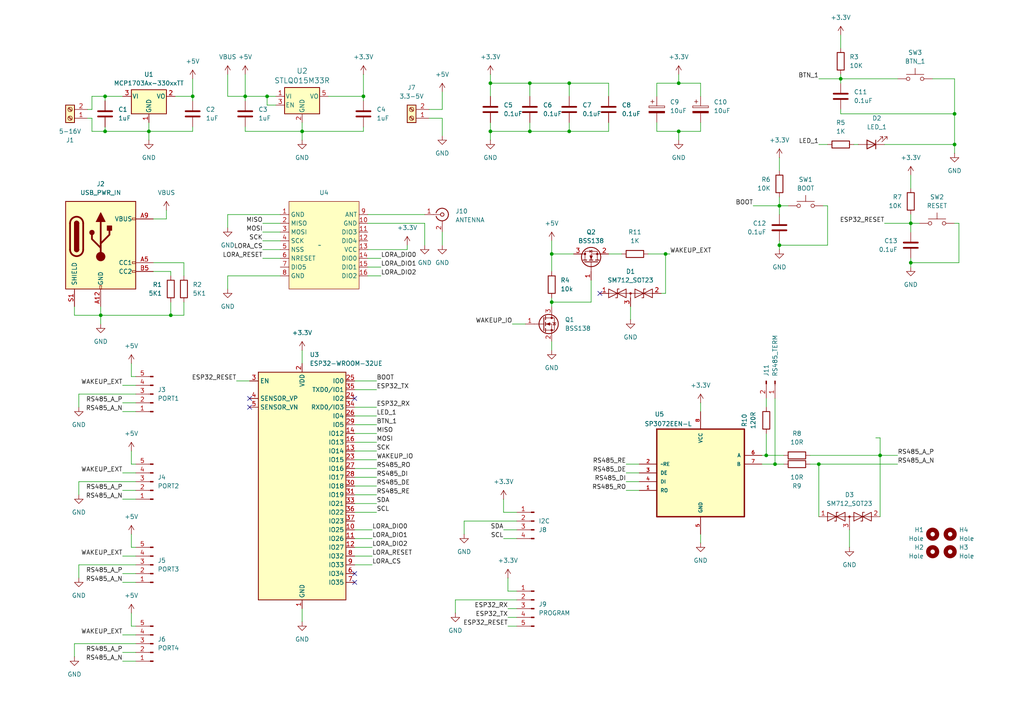
<source format=kicad_sch>
(kicad_sch
	(version 20250114)
	(generator "eeschema")
	(generator_version "9.0")
	(uuid "6526af79-bfb0-40c0-af44-29207e0affbe")
	(paper "A4")
	(title_block
		(title "Weather Station Controller Board")
		(date "2024-09-01")
		(rev "2.0.0")
		(company "Artichoke Technologies")
	)
	
	(junction
		(at 243.84 22.86)
		(diameter 0)
		(color 0 0 0 0)
		(uuid "02063137-1266-4cd0-8f2c-b786d2cf049c")
	)
	(junction
		(at 71.12 27.94)
		(diameter 0)
		(color 0 0 0 0)
		(uuid "1c298eb1-57d7-40b9-a69d-d909289796a1")
	)
	(junction
		(at 264.16 64.77)
		(diameter 0)
		(color 0 0 0 0)
		(uuid "31382c00-8938-45a0-bda9-c35bba596228")
	)
	(junction
		(at 55.88 27.94)
		(diameter 0)
		(color 0 0 0 0)
		(uuid "3173915a-c80e-428b-8cfe-60a535e584d1")
	)
	(junction
		(at 43.18 38.1)
		(diameter 0)
		(color 0 0 0 0)
		(uuid "383c88bd-da8c-4f27-9b3e-fbedc6329454")
	)
	(junction
		(at 196.85 24.13)
		(diameter 0)
		(color 0 0 0 0)
		(uuid "3c2949bf-7d76-45e2-acbd-266ef6ec7764")
	)
	(junction
		(at 160.02 73.66)
		(diameter 0)
		(color 0 0 0 0)
		(uuid "3c6414f7-8e36-41fc-9fdd-c39d0ff6d9b5")
	)
	(junction
		(at 193.04 73.66)
		(diameter 0)
		(color 0 0 0 0)
		(uuid "3d80e709-726b-4740-ab5c-682ffea3f569")
	)
	(junction
		(at 222.25 132.08)
		(diameter 0)
		(color 0 0 0 0)
		(uuid "442bfb28-3c83-4d65-a1ee-a79f73a313ac")
	)
	(junction
		(at 30.48 38.1)
		(diameter 0)
		(color 0 0 0 0)
		(uuid "55d2c59a-7435-4388-ba5a-3b6fb48e7ddd")
	)
	(junction
		(at 153.67 38.1)
		(diameter 0)
		(color 0 0 0 0)
		(uuid "581b71cc-dc68-40b6-aa7a-3320930a4a27")
	)
	(junction
		(at 237.49 134.62)
		(diameter 0)
		(color 0 0 0 0)
		(uuid "6049811e-485b-476c-9ca2-48c37f26a103")
	)
	(junction
		(at 30.48 27.94)
		(diameter 0)
		(color 0 0 0 0)
		(uuid "6466761a-6af0-4176-b9af-6eac557cfd45")
	)
	(junction
		(at 226.06 71.12)
		(diameter 0)
		(color 0 0 0 0)
		(uuid "74ac565b-d54a-4601-b3ef-f43eada593d3")
	)
	(junction
		(at 264.16 76.2)
		(diameter 0)
		(color 0 0 0 0)
		(uuid "7a19d5cb-8b56-4cf9-8067-39c4ee4a3aec")
	)
	(junction
		(at 142.24 24.13)
		(diameter 0)
		(color 0 0 0 0)
		(uuid "7dfaa513-ebc5-470f-a253-71e00e6909dd")
	)
	(junction
		(at 255.27 132.08)
		(diameter 0)
		(color 0 0 0 0)
		(uuid "8fa3f26e-b01d-4415-951f-19149b7e3968")
	)
	(junction
		(at 165.1 24.13)
		(diameter 0)
		(color 0 0 0 0)
		(uuid "a9378f4f-d4e8-4466-9f93-cc65f30393a9")
	)
	(junction
		(at 276.86 33.02)
		(diameter 0)
		(color 0 0 0 0)
		(uuid "a9c14bd0-e68c-4f44-8152-4172fdaf13cf")
	)
	(junction
		(at 165.1 38.1)
		(diameter 0)
		(color 0 0 0 0)
		(uuid "b0f79309-b0ee-4106-a137-1a3f81859411")
	)
	(junction
		(at 276.86 41.91)
		(diameter 0)
		(color 0 0 0 0)
		(uuid "b64aa67f-7406-4656-823a-de7879992255")
	)
	(junction
		(at 77.47 27.94)
		(diameter 0)
		(color 0 0 0 0)
		(uuid "ba720225-ae81-4054-acc5-60f545b4eeb2")
	)
	(junction
		(at 49.53 91.44)
		(diameter 0)
		(color 0 0 0 0)
		(uuid "bbc5810d-ee25-4e5c-8715-0bd0336ae39a")
	)
	(junction
		(at 226.06 59.69)
		(diameter 0)
		(color 0 0 0 0)
		(uuid "c3232b48-d09d-483d-860c-f09693902e6a")
	)
	(junction
		(at 224.79 134.62)
		(diameter 0)
		(color 0 0 0 0)
		(uuid "c44b2f2a-fd3f-4a7b-bd01-203e89dcae52")
	)
	(junction
		(at 196.85 38.1)
		(diameter 0)
		(color 0 0 0 0)
		(uuid "c80f751c-6921-4726-a0b8-a4db25397953")
	)
	(junction
		(at 160.02 87.63)
		(diameter 0)
		(color 0 0 0 0)
		(uuid "cf0977ed-dc54-4d1e-82f4-89e223798b01")
	)
	(junction
		(at 29.21 91.44)
		(diameter 0)
		(color 0 0 0 0)
		(uuid "d6fc3755-4398-41ae-a7c9-1259267573fb")
	)
	(junction
		(at 153.67 24.13)
		(diameter 0)
		(color 0 0 0 0)
		(uuid "d91726d2-08b7-4c25-8447-9bf9c1d137d4")
	)
	(junction
		(at 87.63 38.1)
		(diameter 0)
		(color 0 0 0 0)
		(uuid "e5877610-ff59-487b-83eb-4fd393c8279d")
	)
	(junction
		(at 142.24 38.1)
		(diameter 0)
		(color 0 0 0 0)
		(uuid "f5854362-6091-450e-8eeb-2d6a86e88b14")
	)
	(junction
		(at 105.41 27.94)
		(diameter 0)
		(color 0 0 0 0)
		(uuid "fbfd6555-fbc5-48d7-b710-bdae3866bf99")
	)
	(no_connect
		(at 102.87 115.57)
		(uuid "07d59f63-8f94-4d58-a14e-3314fbf18d76")
	)
	(no_connect
		(at 173.99 85.09)
		(uuid "1fbde7af-dbcf-42c6-bc4c-c8a28fdc238b")
	)
	(no_connect
		(at 72.39 115.57)
		(uuid "3731fc6a-7ed3-483e-b419-30a9f77e29db")
	)
	(no_connect
		(at 72.39 118.11)
		(uuid "5a856f34-115c-4e62-bfd3-b207e28eb837")
	)
	(no_connect
		(at 102.87 166.37)
		(uuid "694a5af9-f063-4989-ab75-d6804a038130")
	)
	(no_connect
		(at 102.87 168.91)
		(uuid "81014c2a-cdd8-4d6b-aae8-d86634515e6c")
	)
	(wire
		(pts
			(xy 76.2 64.77) (xy 81.28 64.77)
		)
		(stroke
			(width 0)
			(type default)
		)
		(uuid "01ae29f6-0a3d-408f-8a82-a518b14bbb4a")
	)
	(wire
		(pts
			(xy 128.27 26.67) (xy 128.27 31.75)
		)
		(stroke
			(width 0)
			(type default)
		)
		(uuid "03871173-028c-49c4-877e-179dc043679d")
	)
	(wire
		(pts
			(xy 165.1 24.13) (xy 176.53 24.13)
		)
		(stroke
			(width 0)
			(type default)
		)
		(uuid "04d2d29b-3724-4847-a88c-a92b981ad11f")
	)
	(wire
		(pts
			(xy 66.04 27.94) (xy 71.12 27.94)
		)
		(stroke
			(width 0)
			(type default)
		)
		(uuid "050c7152-98e9-4dcc-b96f-087f80940d20")
	)
	(wire
		(pts
			(xy 49.53 78.74) (xy 49.53 80.01)
		)
		(stroke
			(width 0)
			(type default)
		)
		(uuid "06e6eaac-06ef-44f4-9632-4a2b3d5d1b86")
	)
	(wire
		(pts
			(xy 243.84 31.75) (xy 243.84 33.02)
		)
		(stroke
			(width 0)
			(type default)
		)
		(uuid "072860dc-febd-4697-aeda-6700776e51d0")
	)
	(wire
		(pts
			(xy 38.1 177.8) (xy 38.1 181.61)
		)
		(stroke
			(width 0)
			(type default)
		)
		(uuid "07c6cabe-0f25-483b-8b6e-203f30dff92c")
	)
	(wire
		(pts
			(xy 203.2 38.1) (xy 196.85 38.1)
		)
		(stroke
			(width 0)
			(type default)
		)
		(uuid "08ba685f-f80a-43dc-b1b4-c1318411d896")
	)
	(wire
		(pts
			(xy 102.87 110.49) (xy 109.22 110.49)
		)
		(stroke
			(width 0)
			(type default)
		)
		(uuid "08f25680-7c0b-4268-8f1c-00f62c3b66d2")
	)
	(wire
		(pts
			(xy 95.25 27.94) (xy 105.41 27.94)
		)
		(stroke
			(width 0)
			(type default)
		)
		(uuid "0ad3cb3f-1444-4081-a83c-bcfe54e2536b")
	)
	(wire
		(pts
			(xy 105.41 27.94) (xy 105.41 29.21)
		)
		(stroke
			(width 0)
			(type default)
		)
		(uuid "0fec09c5-13a9-4b0a-82ca-a73bfba5f6e2")
	)
	(wire
		(pts
			(xy 26.67 27.94) (xy 30.48 27.94)
		)
		(stroke
			(width 0)
			(type default)
		)
		(uuid "1294bd6a-0739-4fd8-aa0d-2a40b2824215")
	)
	(wire
		(pts
			(xy 132.08 173.99) (xy 132.08 177.8)
		)
		(stroke
			(width 0)
			(type default)
		)
		(uuid "130997c9-0c8f-406f-a61a-3c577ea4c842")
	)
	(wire
		(pts
			(xy 193.04 73.66) (xy 194.31 73.66)
		)
		(stroke
			(width 0)
			(type default)
		)
		(uuid "146fe8b6-4541-4b7c-88b6-ecc869c61079")
	)
	(wire
		(pts
			(xy 191.77 85.09) (xy 193.04 85.09)
		)
		(stroke
			(width 0)
			(type default)
		)
		(uuid "15abc731-9e29-4606-ac69-f58797937c0e")
	)
	(wire
		(pts
			(xy 256.54 41.91) (xy 276.86 41.91)
		)
		(stroke
			(width 0)
			(type default)
		)
		(uuid "15da1648-c3ed-4e53-84c3-2c494fa2ea4e")
	)
	(wire
		(pts
			(xy 165.1 24.13) (xy 165.1 27.94)
		)
		(stroke
			(width 0)
			(type default)
		)
		(uuid "15df4bbb-c119-43c6-91bc-3d1afe3440d9")
	)
	(wire
		(pts
			(xy 266.7 64.77) (xy 264.16 64.77)
		)
		(stroke
			(width 0)
			(type default)
		)
		(uuid "163e2814-fd09-4c22-be4e-7d7de76b8fde")
	)
	(wire
		(pts
			(xy 160.02 87.63) (xy 160.02 88.9)
		)
		(stroke
			(width 0)
			(type default)
		)
		(uuid "17b7869e-89a5-4c18-9c18-7d67f946f778")
	)
	(wire
		(pts
			(xy 264.16 64.77) (xy 264.16 67.31)
		)
		(stroke
			(width 0)
			(type default)
		)
		(uuid "1c678214-57e9-459b-b845-1a508f7dd870")
	)
	(wire
		(pts
			(xy 106.68 74.93) (xy 110.49 74.93)
		)
		(stroke
			(width 0)
			(type default)
		)
		(uuid "1d10953a-95de-46d9-85e0-d5ca29ebbd68")
	)
	(wire
		(pts
			(xy 255.27 132.08) (xy 255.27 149.86)
		)
		(stroke
			(width 0)
			(type default)
		)
		(uuid "1d34ea01-fcec-4f61-ac14-ecc8c54fe2aa")
	)
	(wire
		(pts
			(xy 176.53 24.13) (xy 176.53 27.94)
		)
		(stroke
			(width 0)
			(type default)
		)
		(uuid "22476d31-6481-4716-8b8d-f241316aa033")
	)
	(wire
		(pts
			(xy 255.27 132.08) (xy 260.35 132.08)
		)
		(stroke
			(width 0)
			(type default)
		)
		(uuid "23857589-554f-41f4-a5a2-1ec66f254370")
	)
	(wire
		(pts
			(xy 123.19 64.77) (xy 123.19 71.12)
		)
		(stroke
			(width 0)
			(type default)
		)
		(uuid "2427d06f-cace-4674-93c8-83c8a650e113")
	)
	(wire
		(pts
			(xy 77.47 30.48) (xy 77.47 27.94)
		)
		(stroke
			(width 0)
			(type default)
		)
		(uuid "24fec698-2dac-44fc-ad1f-ed3e8a7af788")
	)
	(wire
		(pts
			(xy 106.68 62.23) (xy 123.19 62.23)
		)
		(stroke
			(width 0)
			(type default)
		)
		(uuid "2583d240-eaa7-41e4-ba1c-946661df21ba")
	)
	(wire
		(pts
			(xy 30.48 27.94) (xy 35.56 27.94)
		)
		(stroke
			(width 0)
			(type default)
		)
		(uuid "27ae62f0-3ba2-47b5-af1f-4174a6540a70")
	)
	(wire
		(pts
			(xy 276.86 64.77) (xy 278.13 64.77)
		)
		(stroke
			(width 0)
			(type default)
		)
		(uuid "27c7c5e0-ffbb-41a3-8002-353aa1e1a4c1")
	)
	(wire
		(pts
			(xy 118.11 71.12) (xy 118.11 72.39)
		)
		(stroke
			(width 0)
			(type default)
		)
		(uuid "2949db90-69f6-4fd3-81d5-394f6c872553")
	)
	(wire
		(pts
			(xy 106.68 64.77) (xy 123.19 64.77)
		)
		(stroke
			(width 0)
			(type default)
		)
		(uuid "2b3e9261-daab-434f-a70a-ba77bea41c2e")
	)
	(wire
		(pts
			(xy 106.68 72.39) (xy 118.11 72.39)
		)
		(stroke
			(width 0)
			(type default)
		)
		(uuid "2bae3684-ca01-4417-81b0-25732f3e50d2")
	)
	(wire
		(pts
			(xy 222.25 125.73) (xy 222.25 132.08)
		)
		(stroke
			(width 0)
			(type default)
		)
		(uuid "2c68cd27-4d14-422b-b786-0f9e9c75d18a")
	)
	(wire
		(pts
			(xy 76.2 69.85) (xy 81.28 69.85)
		)
		(stroke
			(width 0)
			(type default)
		)
		(uuid "2c91f4c1-46bb-4967-ad91-7e391a4efa80")
	)
	(wire
		(pts
			(xy 222.25 118.11) (xy 222.25 115.57)
		)
		(stroke
			(width 0)
			(type default)
		)
		(uuid "2dd04d20-6f6f-43a2-8f17-fbc74dc18b88")
	)
	(wire
		(pts
			(xy 35.56 191.77) (xy 39.37 191.77)
		)
		(stroke
			(width 0)
			(type default)
		)
		(uuid "2e4d4963-1229-4ff5-bad6-aa1b93772c32")
	)
	(wire
		(pts
			(xy 39.37 163.83) (xy 22.86 163.83)
		)
		(stroke
			(width 0)
			(type default)
		)
		(uuid "2f6d7251-5150-4978-8514-967815bb3832")
	)
	(wire
		(pts
			(xy 153.67 35.56) (xy 153.67 38.1)
		)
		(stroke
			(width 0)
			(type default)
		)
		(uuid "33a08a55-3fad-43d3-a381-9a8b66a86f5a")
	)
	(wire
		(pts
			(xy 176.53 73.66) (xy 180.34 73.66)
		)
		(stroke
			(width 0)
			(type default)
		)
		(uuid "34118bdf-26c6-4f2e-891e-c0688bc3210c")
	)
	(wire
		(pts
			(xy 44.45 63.5) (xy 48.26 63.5)
		)
		(stroke
			(width 0)
			(type default)
		)
		(uuid "35a8b953-8c89-45b0-b148-53fe057e0f65")
	)
	(wire
		(pts
			(xy 264.16 76.2) (xy 264.16 77.47)
		)
		(stroke
			(width 0)
			(type default)
		)
		(uuid "35c04a62-9e58-4ad9-b9fe-726708929566")
	)
	(wire
		(pts
			(xy 55.88 22.86) (xy 55.88 27.94)
		)
		(stroke
			(width 0)
			(type default)
		)
		(uuid "36dcf6a6-d402-47eb-a30b-4a5fc19eea41")
	)
	(wire
		(pts
			(xy 224.79 115.57) (xy 224.79 134.62)
		)
		(stroke
			(width 0)
			(type default)
		)
		(uuid "39ac7d2e-3bb5-44a2-b3ce-7cd7fb4dabce")
	)
	(wire
		(pts
			(xy 255.27 132.08) (xy 255.27 127)
		)
		(stroke
			(width 0)
			(type default)
		)
		(uuid "3a3563c0-42a0-41b4-bb97-6fcf61162770")
	)
	(wire
		(pts
			(xy 22.86 163.83) (xy 22.86 167.64)
		)
		(stroke
			(width 0)
			(type default)
		)
		(uuid "3b8e38bc-db79-4822-acb1-fcd0163d4688")
	)
	(wire
		(pts
			(xy 102.87 138.43) (xy 109.22 138.43)
		)
		(stroke
			(width 0)
			(type default)
		)
		(uuid "3c7d058a-52b6-41b5-aa4f-db3f0a71a821")
	)
	(wire
		(pts
			(xy 102.87 161.29) (xy 107.95 161.29)
		)
		(stroke
			(width 0)
			(type default)
		)
		(uuid "3d504136-f4a9-43b0-b390-89af1b69ddb7")
	)
	(wire
		(pts
			(xy 181.61 139.7) (xy 185.42 139.7)
		)
		(stroke
			(width 0)
			(type default)
		)
		(uuid "3eb4a742-0da1-462d-8f47-f1e0858b9817")
	)
	(wire
		(pts
			(xy 237.49 134.62) (xy 237.49 149.86)
		)
		(stroke
			(width 0)
			(type default)
		)
		(uuid "3ef091d8-7acd-4e70-a368-e72d34ff0121")
	)
	(wire
		(pts
			(xy 39.37 139.7) (xy 22.86 139.7)
		)
		(stroke
			(width 0)
			(type default)
		)
		(uuid "3fbad8fd-dd16-4bd7-b0db-ad7d3cb5e2ff")
	)
	(wire
		(pts
			(xy 193.04 73.66) (xy 193.04 85.09)
		)
		(stroke
			(width 0)
			(type default)
		)
		(uuid "403a1efa-446b-4b1d-8f05-a424590354ce")
	)
	(wire
		(pts
			(xy 71.12 36.83) (xy 71.12 38.1)
		)
		(stroke
			(width 0)
			(type default)
		)
		(uuid "41cde6e3-8598-41e3-b557-f2bc443259de")
	)
	(wire
		(pts
			(xy 220.98 132.08) (xy 222.25 132.08)
		)
		(stroke
			(width 0)
			(type default)
		)
		(uuid "42f01d77-a430-467d-8ff4-70001d58dd07")
	)
	(wire
		(pts
			(xy 196.85 24.13) (xy 203.2 24.13)
		)
		(stroke
			(width 0)
			(type default)
		)
		(uuid "4398b3f6-e829-4ebb-9021-d21d137d6da8")
	)
	(wire
		(pts
			(xy 81.28 62.23) (xy 66.04 62.23)
		)
		(stroke
			(width 0)
			(type default)
		)
		(uuid "467b6663-d9bf-4896-a56a-f02a374b747f")
	)
	(wire
		(pts
			(xy 38.1 154.94) (xy 38.1 158.75)
		)
		(stroke
			(width 0)
			(type default)
		)
		(uuid "4816f876-3a35-4c1e-9f2b-1502cc49e927")
	)
	(wire
		(pts
			(xy 30.48 38.1) (xy 43.18 38.1)
		)
		(stroke
			(width 0)
			(type default)
		)
		(uuid "48f6dbe9-3ed9-461d-9dc5-7b8097066c40")
	)
	(wire
		(pts
			(xy 44.45 76.2) (xy 53.34 76.2)
		)
		(stroke
			(width 0)
			(type default)
		)
		(uuid "49522449-0cbb-4ad2-80d7-fdc35e66cf8a")
	)
	(wire
		(pts
			(xy 276.86 33.02) (xy 276.86 41.91)
		)
		(stroke
			(width 0)
			(type default)
		)
		(uuid "4b7bd72a-ab07-443e-8487-29b017f5a1b5")
	)
	(wire
		(pts
			(xy 160.02 69.85) (xy 160.02 73.66)
		)
		(stroke
			(width 0)
			(type default)
		)
		(uuid "4bfc438d-9a4f-4b04-a936-3681305a92fe")
	)
	(wire
		(pts
			(xy 102.87 118.11) (xy 109.22 118.11)
		)
		(stroke
			(width 0)
			(type default)
		)
		(uuid "4c2a2f3e-e668-4e7a-90cb-cb353b6ec15d")
	)
	(wire
		(pts
			(xy 29.21 91.44) (xy 29.21 93.98)
		)
		(stroke
			(width 0)
			(type default)
		)
		(uuid "4daef9be-c89c-4bfe-a061-47c28d3a1c9a")
	)
	(wire
		(pts
			(xy 243.84 21.59) (xy 243.84 22.86)
		)
		(stroke
			(width 0)
			(type default)
		)
		(uuid "4db706ab-4720-44c2-bf87-e3fa24ee312f")
	)
	(wire
		(pts
			(xy 160.02 87.63) (xy 171.45 87.63)
		)
		(stroke
			(width 0)
			(type default)
		)
		(uuid "4dbe8f17-29b7-475a-a3d4-6e9d13ffd8d2")
	)
	(wire
		(pts
			(xy 278.13 76.2) (xy 264.16 76.2)
		)
		(stroke
			(width 0)
			(type default)
		)
		(uuid "5033f999-ae47-4215-9158-c23ffc1587be")
	)
	(wire
		(pts
			(xy 181.61 142.24) (xy 185.42 142.24)
		)
		(stroke
			(width 0)
			(type default)
		)
		(uuid "50f96ae2-f352-4d64-95a5-e664d712eafd")
	)
	(wire
		(pts
			(xy 35.56 142.24) (xy 39.37 142.24)
		)
		(stroke
			(width 0)
			(type default)
		)
		(uuid "52b20f31-6f9b-4ce6-a435-7441d48b09f7")
	)
	(wire
		(pts
			(xy 142.24 38.1) (xy 142.24 40.64)
		)
		(stroke
			(width 0)
			(type default)
		)
		(uuid "53750f08-c596-498a-90d7-cacbe1c84380")
	)
	(wire
		(pts
			(xy 87.63 35.56) (xy 87.63 38.1)
		)
		(stroke
			(width 0)
			(type default)
		)
		(uuid "538a4a98-b358-4490-a273-0037c117ae57")
	)
	(wire
		(pts
			(xy 276.86 22.86) (xy 276.86 33.02)
		)
		(stroke
			(width 0)
			(type default)
		)
		(uuid "5414db03-dbdd-4d32-88e1-4aac4229be6d")
	)
	(wire
		(pts
			(xy 26.67 34.29) (xy 26.67 38.1)
		)
		(stroke
			(width 0)
			(type default)
		)
		(uuid "5433bb00-21dc-4fa4-aeeb-ff3f23520d2f")
	)
	(wire
		(pts
			(xy 220.98 134.62) (xy 224.79 134.62)
		)
		(stroke
			(width 0)
			(type default)
		)
		(uuid "54ff7972-36a9-4033-9b88-e1152fbd4b1b")
	)
	(wire
		(pts
			(xy 224.79 134.62) (xy 227.33 134.62)
		)
		(stroke
			(width 0)
			(type default)
		)
		(uuid "54ff8529-5c68-4eee-979d-e90a9fba24ee")
	)
	(wire
		(pts
			(xy 149.86 173.99) (xy 132.08 173.99)
		)
		(stroke
			(width 0)
			(type default)
		)
		(uuid "563b1b80-e350-47ad-89f2-8bb0dc0caddc")
	)
	(wire
		(pts
			(xy 226.06 59.69) (xy 226.06 62.23)
		)
		(stroke
			(width 0)
			(type default)
		)
		(uuid "57b24028-0854-4b6e-939d-afd5cc79af31")
	)
	(wire
		(pts
			(xy 35.56 184.15) (xy 39.37 184.15)
		)
		(stroke
			(width 0)
			(type default)
		)
		(uuid "57c69c42-6e79-4719-9e80-91c270dd05df")
	)
	(wire
		(pts
			(xy 102.87 146.05) (xy 109.22 146.05)
		)
		(stroke
			(width 0)
			(type default)
		)
		(uuid "58162ad9-956b-4ba8-8ec2-849c105e0406")
	)
	(wire
		(pts
			(xy 106.68 77.47) (xy 110.49 77.47)
		)
		(stroke
			(width 0)
			(type default)
		)
		(uuid "5843105b-7c6c-4b87-b1d0-04486f5b40c5")
	)
	(wire
		(pts
			(xy 142.24 24.13) (xy 153.67 24.13)
		)
		(stroke
			(width 0)
			(type default)
		)
		(uuid "5861e08e-b388-4918-a734-89fcc08e72e7")
	)
	(wire
		(pts
			(xy 237.49 41.91) (xy 240.03 41.91)
		)
		(stroke
			(width 0)
			(type default)
		)
		(uuid "597c1d13-745b-4788-b3b9-55db7412f45b")
	)
	(wire
		(pts
			(xy 35.56 161.29) (xy 39.37 161.29)
		)
		(stroke
			(width 0)
			(type default)
		)
		(uuid "5a01e0f2-04ee-4b1f-abfb-43983f2bb80e")
	)
	(wire
		(pts
			(xy 35.56 116.84) (xy 39.37 116.84)
		)
		(stroke
			(width 0)
			(type default)
		)
		(uuid "5c63dd65-01df-4068-b4df-f78a12c66fd3")
	)
	(wire
		(pts
			(xy 30.48 27.94) (xy 30.48 29.21)
		)
		(stroke
			(width 0)
			(type default)
		)
		(uuid "5c6423d7-a0c3-4bb9-bdb4-d43902ce0e1d")
	)
	(wire
		(pts
			(xy 49.53 91.44) (xy 53.34 91.44)
		)
		(stroke
			(width 0)
			(type default)
		)
		(uuid "5cc44f61-d999-45c8-a6a7-f3a2d75b5e2f")
	)
	(wire
		(pts
			(xy 102.87 120.65) (xy 109.22 120.65)
		)
		(stroke
			(width 0)
			(type default)
		)
		(uuid "5d80dfca-2e01-4d65-a6cd-a62bbc80d9d4")
	)
	(wire
		(pts
			(xy 264.16 64.77) (xy 256.54 64.77)
		)
		(stroke
			(width 0)
			(type default)
		)
		(uuid "5e21f073-5d36-47d0-a9f0-4212833e65a0")
	)
	(wire
		(pts
			(xy 255.27 127) (xy 254 127)
		)
		(stroke
			(width 0)
			(type default)
		)
		(uuid "5e5f1d35-8981-4fe5-95a7-178f6ef8f113")
	)
	(wire
		(pts
			(xy 142.24 38.1) (xy 153.67 38.1)
		)
		(stroke
			(width 0)
			(type default)
		)
		(uuid "5ec8fc11-f4b1-4b69-9e9e-b6852d26bd85")
	)
	(wire
		(pts
			(xy 49.53 87.63) (xy 49.53 91.44)
		)
		(stroke
			(width 0)
			(type default)
		)
		(uuid "5f52dec5-6bb4-4c7f-8fc3-469cb8a861ca")
	)
	(wire
		(pts
			(xy 66.04 80.01) (xy 66.04 83.82)
		)
		(stroke
			(width 0)
			(type default)
		)
		(uuid "5ff50b97-44dc-4266-b170-7b913461c735")
	)
	(wire
		(pts
			(xy 181.61 137.16) (xy 185.42 137.16)
		)
		(stroke
			(width 0)
			(type default)
		)
		(uuid "600d52df-7249-45e9-835b-50a834597adc")
	)
	(wire
		(pts
			(xy 190.5 38.1) (xy 190.5 35.56)
		)
		(stroke
			(width 0)
			(type default)
		)
		(uuid "60ca9417-c08d-4e55-bb3f-bf2e7dad2343")
	)
	(wire
		(pts
			(xy 87.63 101.6) (xy 87.63 105.41)
		)
		(stroke
			(width 0)
			(type default)
		)
		(uuid "643bcfc0-a7e5-42da-8598-ee84b223e3d6")
	)
	(wire
		(pts
			(xy 187.96 73.66) (xy 193.04 73.66)
		)
		(stroke
			(width 0)
			(type default)
		)
		(uuid "646ab62e-ab3f-4bda-ad41-0f0a37ab1bc0")
	)
	(wire
		(pts
			(xy 142.24 27.94) (xy 142.24 24.13)
		)
		(stroke
			(width 0)
			(type default)
		)
		(uuid "6489145c-46ff-414f-b46c-536c6d7a70c1")
	)
	(wire
		(pts
			(xy 35.56 119.38) (xy 39.37 119.38)
		)
		(stroke
			(width 0)
			(type default)
		)
		(uuid "65cc1e75-690b-4879-8db4-8d47305cd73a")
	)
	(wire
		(pts
			(xy 243.84 22.86) (xy 260.35 22.86)
		)
		(stroke
			(width 0)
			(type default)
		)
		(uuid "6625f540-77f0-4423-8b2a-032128eab86f")
	)
	(wire
		(pts
			(xy 196.85 38.1) (xy 196.85 40.64)
		)
		(stroke
			(width 0)
			(type default)
		)
		(uuid "669777f1-5f4f-4f83-a03b-53e4cb8644c2")
	)
	(wire
		(pts
			(xy 240.03 71.12) (xy 226.06 71.12)
		)
		(stroke
			(width 0)
			(type default)
		)
		(uuid "66f4f930-9f54-4d38-849e-3ebf5902fa13")
	)
	(wire
		(pts
			(xy 264.16 74.93) (xy 264.16 76.2)
		)
		(stroke
			(width 0)
			(type default)
		)
		(uuid "6904afa9-ff7b-40e6-9256-1543615fc90b")
	)
	(wire
		(pts
			(xy 53.34 76.2) (xy 53.34 80.01)
		)
		(stroke
			(width 0)
			(type default)
		)
		(uuid "6c21efb1-4130-4145-9980-52bbe5592f67")
	)
	(wire
		(pts
			(xy 102.87 123.19) (xy 109.22 123.19)
		)
		(stroke
			(width 0)
			(type default)
		)
		(uuid "6c7aef9e-6baf-46b3-85e4-c770e97fda09")
	)
	(wire
		(pts
			(xy 48.26 63.5) (xy 48.26 60.96)
		)
		(stroke
			(width 0)
			(type default)
		)
		(uuid "6cd4fc6d-cbb1-458e-8a08-9621c401f74f")
	)
	(wire
		(pts
			(xy 21.59 91.44) (xy 29.21 91.44)
		)
		(stroke
			(width 0)
			(type default)
		)
		(uuid "6d5a2950-01f6-4c76-875a-ac49d0ef631e")
	)
	(wire
		(pts
			(xy 203.2 116.84) (xy 203.2 119.38)
		)
		(stroke
			(width 0)
			(type default)
		)
		(uuid "70fccb2f-f668-4db3-8a6a-eb21a885c893")
	)
	(wire
		(pts
			(xy 71.12 27.94) (xy 77.47 27.94)
		)
		(stroke
			(width 0)
			(type default)
		)
		(uuid "723ca766-2498-4c3e-8a4d-17a4364f169e")
	)
	(wire
		(pts
			(xy 203.2 154.94) (xy 203.2 157.48)
		)
		(stroke
			(width 0)
			(type default)
		)
		(uuid "726f19ad-83e0-4e9f-99bc-38dbdfe46eb5")
	)
	(wire
		(pts
			(xy 246.38 153.67) (xy 246.38 158.75)
		)
		(stroke
			(width 0)
			(type default)
		)
		(uuid "7296dbd0-598c-4b4a-b34f-40c321e4c87c")
	)
	(wire
		(pts
			(xy 102.87 125.73) (xy 109.22 125.73)
		)
		(stroke
			(width 0)
			(type default)
		)
		(uuid "72b706a5-8c93-4046-92a6-454d79ac28a9")
	)
	(wire
		(pts
			(xy 124.46 34.29) (xy 128.27 34.29)
		)
		(stroke
			(width 0)
			(type default)
		)
		(uuid "72d81cf7-1594-49f5-912a-7290e46d693b")
	)
	(wire
		(pts
			(xy 29.21 91.44) (xy 49.53 91.44)
		)
		(stroke
			(width 0)
			(type default)
		)
		(uuid "74a729d8-2ffd-419b-805b-2704767f3718")
	)
	(wire
		(pts
			(xy 26.67 31.75) (xy 26.67 27.94)
		)
		(stroke
			(width 0)
			(type default)
		)
		(uuid "7718c575-00b7-491b-ab7b-d1cdd489c514")
	)
	(wire
		(pts
			(xy 134.62 151.13) (xy 134.62 154.94)
		)
		(stroke
			(width 0)
			(type default)
		)
		(uuid "776e6559-c65b-41fd-a1cb-19627a684962")
	)
	(wire
		(pts
			(xy 21.59 88.9) (xy 21.59 91.44)
		)
		(stroke
			(width 0)
			(type default)
		)
		(uuid "7a1aa88e-4637-4d46-afb9-cc72b3d254b0")
	)
	(wire
		(pts
			(xy 25.4 34.29) (xy 26.67 34.29)
		)
		(stroke
			(width 0)
			(type default)
		)
		(uuid "7a38b1b0-f4a4-49bf-8df4-f3a277feb4f1")
	)
	(wire
		(pts
			(xy 171.45 81.28) (xy 171.45 87.63)
		)
		(stroke
			(width 0)
			(type default)
		)
		(uuid "7e307ea5-d233-417e-906f-9ff4a1678d89")
	)
	(wire
		(pts
			(xy 264.16 50.8) (xy 264.16 54.61)
		)
		(stroke
			(width 0)
			(type default)
		)
		(uuid "7e75d19b-d948-42ff-bf3a-440443ec2b1b")
	)
	(wire
		(pts
			(xy 147.32 181.61) (xy 149.86 181.61)
		)
		(stroke
			(width 0)
			(type default)
		)
		(uuid "7f3585d8-eb13-4376-9a0a-f52b71c6c137")
	)
	(wire
		(pts
			(xy 29.21 88.9) (xy 29.21 91.44)
		)
		(stroke
			(width 0)
			(type default)
		)
		(uuid "7fd037a7-b131-4127-a6fe-9acb0e89945b")
	)
	(wire
		(pts
			(xy 190.5 24.13) (xy 196.85 24.13)
		)
		(stroke
			(width 0)
			(type default)
		)
		(uuid "80a29359-2c8a-454c-bc4a-222c176e4da0")
	)
	(wire
		(pts
			(xy 71.12 29.21) (xy 71.12 27.94)
		)
		(stroke
			(width 0)
			(type default)
		)
		(uuid "831eae78-5038-46c8-83b3-ceb690c3b7ca")
	)
	(wire
		(pts
			(xy 226.06 59.69) (xy 218.44 59.69)
		)
		(stroke
			(width 0)
			(type default)
		)
		(uuid "844a8cbf-74f7-4733-9e6e-27c3c8f7a838")
	)
	(wire
		(pts
			(xy 226.06 71.12) (xy 226.06 72.39)
		)
		(stroke
			(width 0)
			(type default)
		)
		(uuid "84b36932-630b-414c-a8cf-6e52f40b6521")
	)
	(wire
		(pts
			(xy 55.88 36.83) (xy 55.88 38.1)
		)
		(stroke
			(width 0)
			(type default)
		)
		(uuid "851dd406-04e2-4467-aaa9-321a6e045e0f")
	)
	(wire
		(pts
			(xy 21.59 186.69) (xy 21.59 190.5)
		)
		(stroke
			(width 0)
			(type default)
		)
		(uuid "853ed55c-e2b0-4013-8005-cb2eaec6764d")
	)
	(wire
		(pts
			(xy 102.87 133.35) (xy 109.22 133.35)
		)
		(stroke
			(width 0)
			(type default)
		)
		(uuid "86fa39d0-3173-4536-9691-de4116b438cf")
	)
	(wire
		(pts
			(xy 142.24 38.1) (xy 142.24 35.56)
		)
		(stroke
			(width 0)
			(type default)
		)
		(uuid "887a0992-9281-4961-854e-88e04ffcd431")
	)
	(wire
		(pts
			(xy 153.67 24.13) (xy 165.1 24.13)
		)
		(stroke
			(width 0)
			(type default)
		)
		(uuid "8909fdf3-86be-4178-b7a8-ef590fd825b2")
	)
	(wire
		(pts
			(xy 240.03 59.69) (xy 240.03 71.12)
		)
		(stroke
			(width 0)
			(type default)
		)
		(uuid "8b05dbd9-500a-4b0e-b3cb-02659ae162c1")
	)
	(wire
		(pts
			(xy 102.87 148.59) (xy 109.22 148.59)
		)
		(stroke
			(width 0)
			(type default)
		)
		(uuid "8b2796b2-ef40-4531-b635-73c7cf697866")
	)
	(wire
		(pts
			(xy 124.46 31.75) (xy 128.27 31.75)
		)
		(stroke
			(width 0)
			(type default)
		)
		(uuid "8d5a9c35-8e33-4091-8273-614624a8173a")
	)
	(wire
		(pts
			(xy 102.87 140.97) (xy 109.22 140.97)
		)
		(stroke
			(width 0)
			(type default)
		)
		(uuid "8ebe3807-6e94-43b4-976a-3f426bb77dd2")
	)
	(wire
		(pts
			(xy 105.41 21.59) (xy 105.41 27.94)
		)
		(stroke
			(width 0)
			(type default)
		)
		(uuid "8eea6bce-5729-472d-b3f1-3a917c592c1f")
	)
	(wire
		(pts
			(xy 128.27 67.31) (xy 128.27 71.12)
		)
		(stroke
			(width 0)
			(type default)
		)
		(uuid "8f334f3f-7611-4b54-8b1e-e6b022607305")
	)
	(wire
		(pts
			(xy 226.06 59.69) (xy 226.06 57.15)
		)
		(stroke
			(width 0)
			(type default)
		)
		(uuid "8f39308d-77ad-4c1d-bbec-4de5a76b502c")
	)
	(wire
		(pts
			(xy 153.67 24.13) (xy 153.67 27.94)
		)
		(stroke
			(width 0)
			(type default)
		)
		(uuid "8f3b8ca3-49fd-47a3-82e2-5c41b3ceb34a")
	)
	(wire
		(pts
			(xy 146.05 144.78) (xy 146.05 148.59)
		)
		(stroke
			(width 0)
			(type default)
		)
		(uuid "8f9e42a6-a45d-40b3-94e9-80d2c0019cbf")
	)
	(wire
		(pts
			(xy 38.1 181.61) (xy 39.37 181.61)
		)
		(stroke
			(width 0)
			(type default)
		)
		(uuid "90debe26-3502-43ec-8e70-6f9ecc14bf72")
	)
	(wire
		(pts
			(xy 35.56 144.78) (xy 39.37 144.78)
		)
		(stroke
			(width 0)
			(type default)
		)
		(uuid "912ab8c0-0c48-49b9-87ab-1374edcde209")
	)
	(wire
		(pts
			(xy 55.88 27.94) (xy 55.88 29.21)
		)
		(stroke
			(width 0)
			(type default)
		)
		(uuid "93ac7f28-6866-4fb5-83bd-1f173fcb1760")
	)
	(wire
		(pts
			(xy 43.18 38.1) (xy 55.88 38.1)
		)
		(stroke
			(width 0)
			(type default)
		)
		(uuid "9469af67-a49f-43bd-9383-2f8262cf553c")
	)
	(wire
		(pts
			(xy 44.45 78.74) (xy 49.53 78.74)
		)
		(stroke
			(width 0)
			(type default)
		)
		(uuid "9781da3f-cc6d-425f-b236-080304acd952")
	)
	(wire
		(pts
			(xy 25.4 31.75) (xy 26.67 31.75)
		)
		(stroke
			(width 0)
			(type default)
		)
		(uuid "9845bacf-6277-45df-a5d0-d94dcbaa640f")
	)
	(wire
		(pts
			(xy 50.8 27.94) (xy 55.88 27.94)
		)
		(stroke
			(width 0)
			(type default)
		)
		(uuid "9c8ea897-c5b1-4d9e-8717-00235dfec594")
	)
	(wire
		(pts
			(xy 128.27 34.29) (xy 128.27 39.37)
		)
		(stroke
			(width 0)
			(type default)
		)
		(uuid "9e1cdcf5-af00-4be3-8c59-7fe7c6421dc9")
	)
	(wire
		(pts
			(xy 165.1 35.56) (xy 165.1 38.1)
		)
		(stroke
			(width 0)
			(type default)
		)
		(uuid "a285ece1-404e-4b21-aee8-8ddcecc8a7ce")
	)
	(wire
		(pts
			(xy 182.88 88.9) (xy 182.88 92.71)
		)
		(stroke
			(width 0)
			(type default)
		)
		(uuid "a50af6dc-27ad-487f-8952-d9297fbe9115")
	)
	(wire
		(pts
			(xy 146.05 153.67) (xy 149.86 153.67)
		)
		(stroke
			(width 0)
			(type default)
		)
		(uuid "a54ca3dd-86e6-4279-aa96-bab9ef89076c")
	)
	(wire
		(pts
			(xy 276.86 41.91) (xy 276.86 44.45)
		)
		(stroke
			(width 0)
			(type default)
		)
		(uuid "a6605639-848b-47cb-b3ed-7cec189b8924")
	)
	(wire
		(pts
			(xy 30.48 36.83) (xy 30.48 38.1)
		)
		(stroke
			(width 0)
			(type default)
		)
		(uuid "a6b64e66-3d9f-4592-a945-ca353f899348")
	)
	(wire
		(pts
			(xy 43.18 38.1) (xy 43.18 40.64)
		)
		(stroke
			(width 0)
			(type default)
		)
		(uuid "a8557541-9b68-48c9-9bff-a084d28bc854")
	)
	(wire
		(pts
			(xy 38.1 134.62) (xy 39.37 134.62)
		)
		(stroke
			(width 0)
			(type default)
		)
		(uuid "a92bf825-7304-46b9-973c-d5de314c557f")
	)
	(wire
		(pts
			(xy 102.87 143.51) (xy 109.22 143.51)
		)
		(stroke
			(width 0)
			(type default)
		)
		(uuid "aa189c90-d6be-493b-bf3b-67744ee36c4a")
	)
	(wire
		(pts
			(xy 39.37 114.3) (xy 22.86 114.3)
		)
		(stroke
			(width 0)
			(type default)
		)
		(uuid "abb06c54-97dc-4682-83cc-e995bcbdceaa")
	)
	(wire
		(pts
			(xy 243.84 22.86) (xy 243.84 24.13)
		)
		(stroke
			(width 0)
			(type default)
		)
		(uuid "ac157312-694c-485d-ad58-ef6be8a926de")
	)
	(wire
		(pts
			(xy 196.85 21.59) (xy 196.85 24.13)
		)
		(stroke
			(width 0)
			(type default)
		)
		(uuid "ad80a506-726a-4518-8e3e-079d4bd72d44")
	)
	(wire
		(pts
			(xy 105.41 38.1) (xy 105.41 36.83)
		)
		(stroke
			(width 0)
			(type default)
		)
		(uuid "af5e283a-e3df-408b-982f-339bb15a028b")
	)
	(wire
		(pts
			(xy 102.87 113.03) (xy 109.22 113.03)
		)
		(stroke
			(width 0)
			(type default)
		)
		(uuid "afa461ae-5ba5-478e-b66a-68dcd8c4dc50")
	)
	(wire
		(pts
			(xy 147.32 167.64) (xy 147.32 171.45)
		)
		(stroke
			(width 0)
			(type default)
		)
		(uuid "b03d4f81-5f57-4e5d-b70b-177c70458709")
	)
	(wire
		(pts
			(xy 71.12 21.59) (xy 71.12 27.94)
		)
		(stroke
			(width 0)
			(type default)
		)
		(uuid "b3236027-44bb-41a2-8764-61bc7bd24805")
	)
	(wire
		(pts
			(xy 102.87 163.83) (xy 107.95 163.83)
		)
		(stroke
			(width 0)
			(type default)
		)
		(uuid "b3fc25c4-e5ba-4efc-9105-5251289cad8f")
	)
	(wire
		(pts
			(xy 190.5 27.94) (xy 190.5 24.13)
		)
		(stroke
			(width 0)
			(type default)
		)
		(uuid "b6238891-aa20-4c30-b087-4d518506c050")
	)
	(wire
		(pts
			(xy 181.61 134.62) (xy 185.42 134.62)
		)
		(stroke
			(width 0)
			(type default)
		)
		(uuid "b7bb34f3-ae5b-4afd-a9e9-a0ebe8cf85bc")
	)
	(wire
		(pts
			(xy 243.84 33.02) (xy 276.86 33.02)
		)
		(stroke
			(width 0)
			(type default)
		)
		(uuid "b7d6b403-ea0f-4e81-93f3-03fad95ed868")
	)
	(wire
		(pts
			(xy 38.1 130.81) (xy 38.1 134.62)
		)
		(stroke
			(width 0)
			(type default)
		)
		(uuid "ba3ed44d-6433-45bb-8c49-4f6ef84a1f99")
	)
	(wire
		(pts
			(xy 234.95 134.62) (xy 237.49 134.62)
		)
		(stroke
			(width 0)
			(type default)
		)
		(uuid "ba56c018-1261-4607-9d7e-7dca9b474424")
	)
	(wire
		(pts
			(xy 142.24 21.59) (xy 142.24 24.13)
		)
		(stroke
			(width 0)
			(type default)
		)
		(uuid "ba62dcdb-7579-4f19-be83-fcb1ca3f19a6")
	)
	(wire
		(pts
			(xy 22.86 114.3) (xy 22.86 118.11)
		)
		(stroke
			(width 0)
			(type default)
		)
		(uuid "bade0944-f1bb-41e3-b8de-73e2fb353ea2")
	)
	(wire
		(pts
			(xy 87.63 176.53) (xy 87.63 180.34)
		)
		(stroke
			(width 0)
			(type default)
		)
		(uuid "bc3988a1-4a9b-43bf-a6c2-893a82f2c5fd")
	)
	(wire
		(pts
			(xy 238.76 59.69) (xy 240.03 59.69)
		)
		(stroke
			(width 0)
			(type default)
		)
		(uuid "bcc1e458-5097-4c91-a932-f8cc5b464518")
	)
	(wire
		(pts
			(xy 203.2 24.13) (xy 203.2 27.94)
		)
		(stroke
			(width 0)
			(type default)
		)
		(uuid "bd09d390-995a-459d-88ec-78a0637c4b38")
	)
	(wire
		(pts
			(xy 35.56 111.76) (xy 39.37 111.76)
		)
		(stroke
			(width 0)
			(type default)
		)
		(uuid "bed3a3cb-2cd2-4af5-b978-8065d39476d5")
	)
	(wire
		(pts
			(xy 68.58 110.49) (xy 72.39 110.49)
		)
		(stroke
			(width 0)
			(type default)
		)
		(uuid "c083c034-bbc9-4438-bf34-0a2a659c0278")
	)
	(wire
		(pts
			(xy 22.86 139.7) (xy 22.86 143.51)
		)
		(stroke
			(width 0)
			(type default)
		)
		(uuid "c0dbf83c-398b-48c5-9c74-ccacee308f12")
	)
	(wire
		(pts
			(xy 146.05 156.21) (xy 149.86 156.21)
		)
		(stroke
			(width 0)
			(type default)
		)
		(uuid "c2cbb149-4ae9-4899-b0e3-a02c8c632e11")
	)
	(wire
		(pts
			(xy 228.6 59.69) (xy 226.06 59.69)
		)
		(stroke
			(width 0)
			(type default)
		)
		(uuid "c3a1e4d5-b9de-4056-bce4-b0189a398fb6")
	)
	(wire
		(pts
			(xy 149.86 176.53) (xy 147.32 176.53)
		)
		(stroke
			(width 0)
			(type default)
		)
		(uuid "c3ec4cdc-ed12-4262-91c5-07f9d1332537")
	)
	(wire
		(pts
			(xy 160.02 73.66) (xy 160.02 78.74)
		)
		(stroke
			(width 0)
			(type default)
		)
		(uuid "c407a8ec-bcea-401d-84a0-d5c2a1929640")
	)
	(wire
		(pts
			(xy 176.53 38.1) (xy 165.1 38.1)
		)
		(stroke
			(width 0)
			(type default)
		)
		(uuid "c43f2569-9dfe-405b-883a-247c7df8d9d1")
	)
	(wire
		(pts
			(xy 106.68 80.01) (xy 110.49 80.01)
		)
		(stroke
			(width 0)
			(type default)
		)
		(uuid "c4ca9102-6474-4a50-bfde-56dcc4ac3e3b")
	)
	(wire
		(pts
			(xy 243.84 10.16) (xy 243.84 13.97)
		)
		(stroke
			(width 0)
			(type default)
		)
		(uuid "c6e9f102-150e-496c-a648-feabd5e846f9")
	)
	(wire
		(pts
			(xy 160.02 73.66) (xy 166.37 73.66)
		)
		(stroke
			(width 0)
			(type default)
		)
		(uuid "c8f2563f-baac-4682-94b8-e135527729af")
	)
	(wire
		(pts
			(xy 71.12 38.1) (xy 87.63 38.1)
		)
		(stroke
			(width 0)
			(type default)
		)
		(uuid "c956a784-1116-4f68-8624-03e23d97a24d")
	)
	(wire
		(pts
			(xy 237.49 22.86) (xy 243.84 22.86)
		)
		(stroke
			(width 0)
			(type default)
		)
		(uuid "cd371b8a-bb21-4e5a-843c-d60bb3148363")
	)
	(wire
		(pts
			(xy 38.1 158.75) (xy 39.37 158.75)
		)
		(stroke
			(width 0)
			(type default)
		)
		(uuid "cda18955-475c-4527-9f59-f9048ef84bc5")
	)
	(wire
		(pts
			(xy 149.86 171.45) (xy 147.32 171.45)
		)
		(stroke
			(width 0)
			(type default)
		)
		(uuid "cf87f7d7-21d2-41fc-84b8-8819436f6465")
	)
	(wire
		(pts
			(xy 38.1 109.22) (xy 39.37 109.22)
		)
		(stroke
			(width 0)
			(type default)
		)
		(uuid "cffdc209-0adc-4ddd-b5cf-db4777e5c4ec")
	)
	(wire
		(pts
			(xy 196.85 38.1) (xy 190.5 38.1)
		)
		(stroke
			(width 0)
			(type default)
		)
		(uuid "d04466ab-a9c1-4788-b8fe-5701e372de29")
	)
	(wire
		(pts
			(xy 226.06 45.72) (xy 226.06 49.53)
		)
		(stroke
			(width 0)
			(type default)
		)
		(uuid "d06f654f-76d0-4002-a8af-4f08bdc3952b")
	)
	(wire
		(pts
			(xy 102.87 158.75) (xy 107.95 158.75)
		)
		(stroke
			(width 0)
			(type default)
		)
		(uuid "d1340190-a615-48c2-b37d-09a66b787fa0")
	)
	(wire
		(pts
			(xy 35.56 137.16) (xy 39.37 137.16)
		)
		(stroke
			(width 0)
			(type default)
		)
		(uuid "d1ef0c8a-7d9f-4948-b077-53954679f21b")
	)
	(wire
		(pts
			(xy 66.04 62.23) (xy 66.04 66.04)
		)
		(stroke
			(width 0)
			(type default)
		)
		(uuid "d2877746-e011-4969-acd6-3b6e66a8d8d6")
	)
	(wire
		(pts
			(xy 270.51 22.86) (xy 276.86 22.86)
		)
		(stroke
			(width 0)
			(type default)
		)
		(uuid "d39874cf-2c07-4fc1-890c-d5aed1339f76")
	)
	(wire
		(pts
			(xy 77.47 27.94) (xy 80.01 27.94)
		)
		(stroke
			(width 0)
			(type default)
		)
		(uuid "d3a7252e-67cf-427d-881e-610d012f5fa5")
	)
	(wire
		(pts
			(xy 43.18 38.1) (xy 43.18 35.56)
		)
		(stroke
			(width 0)
			(type default)
		)
		(uuid "d5894165-3806-44ea-a846-98e23cfd4151")
	)
	(wire
		(pts
			(xy 102.87 135.89) (xy 109.22 135.89)
		)
		(stroke
			(width 0)
			(type default)
		)
		(uuid "d5fb8be3-65e3-4f4c-89a9-7157fd601b12")
	)
	(wire
		(pts
			(xy 149.86 148.59) (xy 146.05 148.59)
		)
		(stroke
			(width 0)
			(type default)
		)
		(uuid "d6bb7c09-2c80-4163-8058-9a3e39e0f5a9")
	)
	(wire
		(pts
			(xy 264.16 64.77) (xy 264.16 62.23)
		)
		(stroke
			(width 0)
			(type default)
		)
		(uuid "d6e8ee9f-3546-4f1b-88d1-961289727866")
	)
	(wire
		(pts
			(xy 203.2 35.56) (xy 203.2 38.1)
		)
		(stroke
			(width 0)
			(type default)
		)
		(uuid "d7df1b97-8fcc-4d7f-900b-e7fa598c3bc1")
	)
	(wire
		(pts
			(xy 278.13 64.77) (xy 278.13 76.2)
		)
		(stroke
			(width 0)
			(type default)
		)
		(uuid "d8821176-b50a-4636-872c-aafd11c63ae9")
	)
	(wire
		(pts
			(xy 148.59 93.98) (xy 152.4 93.98)
		)
		(stroke
			(width 0)
			(type default)
		)
		(uuid "d900d36d-77b4-4941-8789-007b9c55da2e")
	)
	(wire
		(pts
			(xy 149.86 179.07) (xy 147.32 179.07)
		)
		(stroke
			(width 0)
			(type default)
		)
		(uuid "d9a1428a-a1d2-4613-b95a-50a0a2a6b6b7")
	)
	(wire
		(pts
			(xy 176.53 35.56) (xy 176.53 38.1)
		)
		(stroke
			(width 0)
			(type default)
		)
		(uuid "da0e699f-a707-4024-a9e5-13ca63eb97bc")
	)
	(wire
		(pts
			(xy 149.86 151.13) (xy 134.62 151.13)
		)
		(stroke
			(width 0)
			(type default)
		)
		(uuid "ddb57438-ba0f-4e01-bd99-7044f63987f7")
	)
	(wire
		(pts
			(xy 234.95 132.08) (xy 255.27 132.08)
		)
		(stroke
			(width 0)
			(type default)
		)
		(uuid "deef2a5c-3af8-4d29-a00d-c0f9af8ebd9a")
	)
	(wire
		(pts
			(xy 76.2 72.39) (xy 81.28 72.39)
		)
		(stroke
			(width 0)
			(type default)
		)
		(uuid "df589d9b-3de0-44ac-b247-b0535dccbee7")
	)
	(wire
		(pts
			(xy 39.37 186.69) (xy 21.59 186.69)
		)
		(stroke
			(width 0)
			(type default)
		)
		(uuid "e21d5636-9da7-4562-a72d-2816eb0c4b77")
	)
	(wire
		(pts
			(xy 66.04 21.59) (xy 66.04 27.94)
		)
		(stroke
			(width 0)
			(type default)
		)
		(uuid "e24786be-c77c-4236-b0de-7173824ffa30")
	)
	(wire
		(pts
			(xy 102.87 156.21) (xy 107.95 156.21)
		)
		(stroke
			(width 0)
			(type default)
		)
		(uuid "e3ea303c-d9e9-4a24-8e38-7e3a472f00f9")
	)
	(wire
		(pts
			(xy 76.2 67.31) (xy 81.28 67.31)
		)
		(stroke
			(width 0)
			(type default)
		)
		(uuid "e5ae13c7-7566-41b4-84ed-b720fefa64df")
	)
	(wire
		(pts
			(xy 87.63 38.1) (xy 105.41 38.1)
		)
		(stroke
			(width 0)
			(type default)
		)
		(uuid "e9c702e9-d824-4052-a4d6-29ed4d833d57")
	)
	(wire
		(pts
			(xy 222.25 132.08) (xy 227.33 132.08)
		)
		(stroke
			(width 0)
			(type default)
		)
		(uuid "eba102e0-fd22-431b-ad44-b0981bf2a0da")
	)
	(wire
		(pts
			(xy 81.28 80.01) (xy 66.04 80.01)
		)
		(stroke
			(width 0)
			(type default)
		)
		(uuid "eca22f65-b0d1-48d3-864f-6facfffbaa27")
	)
	(wire
		(pts
			(xy 102.87 128.27) (xy 109.22 128.27)
		)
		(stroke
			(width 0)
			(type default)
		)
		(uuid "ecd42a95-0dad-464a-a8f0-1cc8ecb9b266")
	)
	(wire
		(pts
			(xy 35.56 189.23) (xy 39.37 189.23)
		)
		(stroke
			(width 0)
			(type default)
		)
		(uuid "ef9096da-2601-451e-8357-696f71dfece1")
	)
	(wire
		(pts
			(xy 87.63 40.64) (xy 87.63 38.1)
		)
		(stroke
			(width 0)
			(type default)
		)
		(uuid "efd752ee-f795-4583-9d02-10433f3d4c87")
	)
	(wire
		(pts
			(xy 38.1 105.41) (xy 38.1 109.22)
		)
		(stroke
			(width 0)
			(type default)
		)
		(uuid "f016ce3a-cf62-46a3-b2ae-fafab172337f")
	)
	(wire
		(pts
			(xy 247.65 41.91) (xy 248.92 41.91)
		)
		(stroke
			(width 0)
			(type default)
		)
		(uuid "f05512a2-860f-4740-847c-ee511965773e")
	)
	(wire
		(pts
			(xy 160.02 99.06) (xy 160.02 101.6)
		)
		(stroke
			(width 0)
			(type default)
		)
		(uuid "f091314f-1653-449d-81fd-bc323d7fe455")
	)
	(wire
		(pts
			(xy 35.56 166.37) (xy 39.37 166.37)
		)
		(stroke
			(width 0)
			(type default)
		)
		(uuid "f09ccc42-300c-42aa-b4fa-e5d463b5e9bb")
	)
	(wire
		(pts
			(xy 160.02 86.36) (xy 160.02 87.63)
		)
		(stroke
			(width 0)
			(type default)
		)
		(uuid "f236bab5-15c2-4072-b1de-c679c7844afc")
	)
	(wire
		(pts
			(xy 35.56 168.91) (xy 39.37 168.91)
		)
		(stroke
			(width 0)
			(type default)
		)
		(uuid "f2c08300-2481-4155-b4c9-020c6a8340e2")
	)
	(wire
		(pts
			(xy 26.67 38.1) (xy 30.48 38.1)
		)
		(stroke
			(width 0)
			(type default)
		)
		(uuid "f2e98ba4-54d6-4298-a4f5-fa65f1f7bdb4")
	)
	(wire
		(pts
			(xy 53.34 91.44) (xy 53.34 87.63)
		)
		(stroke
			(width 0)
			(type default)
		)
		(uuid "f30b961b-a7f4-4642-9af7-9acf3c69f411")
	)
	(wire
		(pts
			(xy 80.01 30.48) (xy 77.47 30.48)
		)
		(stroke
			(width 0)
			(type default)
		)
		(uuid "f51ffb3d-9d81-4859-a6b4-ac85e9c07405")
	)
	(wire
		(pts
			(xy 102.87 130.81) (xy 109.22 130.81)
		)
		(stroke
			(width 0)
			(type default)
		)
		(uuid "f8a1e3fe-cc9e-45cc-a71e-dca3940ece46")
	)
	(wire
		(pts
			(xy 226.06 69.85) (xy 226.06 71.12)
		)
		(stroke
			(width 0)
			(type default)
		)
		(uuid "f8b4e4fe-efe2-4ccd-a5e2-e5ce8d1b184d")
	)
	(wire
		(pts
			(xy 102.87 153.67) (xy 107.95 153.67)
		)
		(stroke
			(width 0)
			(type default)
		)
		(uuid "fc4bfe37-cbb8-4cc3-acd1-71fd82053846")
	)
	(wire
		(pts
			(xy 153.67 38.1) (xy 165.1 38.1)
		)
		(stroke
			(width 0)
			(type default)
		)
		(uuid "fce577ec-b103-4dba-bc32-b3c4e16bf50a")
	)
	(wire
		(pts
			(xy 237.49 134.62) (xy 260.35 134.62)
		)
		(stroke
			(width 0)
			(type default)
		)
		(uuid "fd8a6b5c-1c88-4202-9741-cd2aa3ca983d")
	)
	(wire
		(pts
			(xy 76.2 74.93) (xy 81.28 74.93)
		)
		(stroke
			(width 0)
			(type default)
		)
		(uuid "ff140fe0-fc9e-4003-8076-95f3e4851e58")
	)
	(label "RS485_A_N"
		(at 35.56 119.38 180)
		(effects
			(font
				(size 1.27 1.27)
			)
			(justify right bottom)
		)
		(uuid "07688164-4275-43a2-bbae-bab91bd1401e")
	)
	(label "SCL"
		(at 109.22 148.59 0)
		(effects
			(font
				(size 1.27 1.27)
			)
			(justify left bottom)
		)
		(uuid "0bffddad-52bd-4674-8383-3d9c9b221919")
	)
	(label "RS485_RE"
		(at 109.22 143.51 0)
		(effects
			(font
				(size 1.27 1.27)
			)
			(justify left bottom)
		)
		(uuid "0cb3a546-38b4-4113-b956-bf5ea15ce1db")
	)
	(label "LED_1"
		(at 109.22 120.65 0)
		(effects
			(font
				(size 1.27 1.27)
			)
			(justify left bottom)
		)
		(uuid "0ef66519-2ccf-4a9f-b1c3-c1aa5f3de5eb")
	)
	(label "RS485_A_P"
		(at 35.56 189.23 180)
		(effects
			(font
				(size 1.27 1.27)
			)
			(justify right bottom)
		)
		(uuid "15ea777d-4204-463c-91f1-af00c79f049c")
	)
	(label "RS485_DE"
		(at 181.61 137.16 180)
		(effects
			(font
				(size 1.27 1.27)
			)
			(justify right bottom)
		)
		(uuid "1938cff4-821f-4636-a6cf-deb13b54b093")
	)
	(label "RS485_A_N"
		(at 35.56 168.91 180)
		(effects
			(font
				(size 1.27 1.27)
			)
			(justify right bottom)
		)
		(uuid "25896e73-a4af-41f6-a18a-2b45aa0fc7fb")
	)
	(label "LED_1"
		(at 237.49 41.91 180)
		(effects
			(font
				(size 1.27 1.27)
			)
			(justify right bottom)
		)
		(uuid "2bc2033b-b15a-444d-ab46-e46b039805bf")
	)
	(label "BTN_1"
		(at 109.22 123.19 0)
		(effects
			(font
				(size 1.27 1.27)
			)
			(justify left bottom)
		)
		(uuid "34e8446f-ca08-4343-8217-a72f8d21cdd3")
	)
	(label "MISO"
		(at 76.2 64.77 180)
		(effects
			(font
				(size 1.27 1.27)
			)
			(justify right bottom)
		)
		(uuid "3a0a557e-8688-4bba-b06e-bf4f98aa8c98")
	)
	(label "LORA_CS"
		(at 76.2 72.39 180)
		(effects
			(font
				(size 1.27 1.27)
			)
			(justify right bottom)
		)
		(uuid "3d217f1e-3e0c-4085-9bbc-08a3d093596d")
	)
	(label "LORA_DIO1"
		(at 107.95 156.21 0)
		(effects
			(font
				(size 1.27 1.27)
			)
			(justify left bottom)
		)
		(uuid "45f99f33-cbf7-427c-bbcb-b12c01b2d728")
	)
	(label "RS485_A_P"
		(at 35.56 166.37 180)
		(effects
			(font
				(size 1.27 1.27)
			)
			(justify right bottom)
		)
		(uuid "4ca72a70-49bf-489a-9dfd-e5c99c33b36d")
	)
	(label "WAKEUP_EXT"
		(at 35.56 161.29 180)
		(effects
			(font
				(size 1.27 1.27)
			)
			(justify right bottom)
		)
		(uuid "4e0413cf-779e-46c4-af15-c50eb18e4bab")
	)
	(label "ESP32_RESET"
		(at 68.58 110.49 180)
		(effects
			(font
				(size 1.27 1.27)
			)
			(justify right bottom)
		)
		(uuid "51eed109-a435-4d32-b33b-a9f6b59eea3f")
	)
	(label "SCK"
		(at 76.2 69.85 180)
		(effects
			(font
				(size 1.27 1.27)
			)
			(justify right bottom)
		)
		(uuid "5318efaa-3f8e-41bd-ab32-7ff2416786ce")
	)
	(label "RS485_RO"
		(at 181.61 142.24 180)
		(effects
			(font
				(size 1.27 1.27)
			)
			(justify right bottom)
		)
		(uuid "58179510-7a8c-4417-8f98-ef845ca57db4")
	)
	(label "WAKEUP_EXT"
		(at 194.31 73.66 0)
		(effects
			(font
				(size 1.27 1.27)
			)
			(justify left bottom)
		)
		(uuid "59de047c-2605-42d8-bf50-81c8a80b24d5")
	)
	(label "LORA_RESET"
		(at 76.2 74.93 180)
		(effects
			(font
				(size 1.27 1.27)
			)
			(justify right bottom)
		)
		(uuid "5f835323-ab8b-4af9-b8bc-3c6e56f7a1a2")
	)
	(label "RS485_A_P"
		(at 35.56 116.84 180)
		(effects
			(font
				(size 1.27 1.27)
			)
			(justify right bottom)
		)
		(uuid "60f54798-5ddf-400b-81a2-e2a642cf10f5")
	)
	(label "LORA_DIO2"
		(at 110.49 80.01 0)
		(effects
			(font
				(size 1.27 1.27)
			)
			(justify left bottom)
		)
		(uuid "651bd76c-03e6-4865-86c0-26d69099034b")
	)
	(label "BTN_1"
		(at 237.49 22.86 180)
		(effects
			(font
				(size 1.27 1.27)
			)
			(justify right bottom)
		)
		(uuid "6d16e92e-8ddd-4583-bffc-8c173f1558d3")
	)
	(label "RS485_A_P"
		(at 260.35 132.08 0)
		(effects
			(font
				(size 1.27 1.27)
			)
			(justify left bottom)
		)
		(uuid "792c9a75-88c1-49d6-9ce4-0d77b7cfd19c")
	)
	(label "WAKEUP_EXT"
		(at 35.56 111.76 180)
		(effects
			(font
				(size 1.27 1.27)
			)
			(justify right bottom)
		)
		(uuid "7e11979c-c24e-435f-b737-4db3b60828f7")
	)
	(label "RS485_DI"
		(at 181.61 139.7 180)
		(effects
			(font
				(size 1.27 1.27)
			)
			(justify right bottom)
		)
		(uuid "8320a411-0730-4d6e-bc1f-4738e9bc51fa")
	)
	(label "BOOT"
		(at 109.22 110.49 0)
		(effects
			(font
				(size 1.27 1.27)
			)
			(justify left bottom)
		)
		(uuid "8513eb74-9e63-4070-aae9-0fb33639b844")
	)
	(label "RS485_RE"
		(at 181.61 134.62 180)
		(effects
			(font
				(size 1.27 1.27)
			)
			(justify right bottom)
		)
		(uuid "8851a4e7-b6e8-4395-8e41-428b3bb511a2")
	)
	(label "LORA_RESET"
		(at 107.95 161.29 0)
		(effects
			(font
				(size 1.27 1.27)
			)
			(justify left bottom)
		)
		(uuid "8a8fe79a-596b-45e3-b007-0054f5256c33")
	)
	(label "LORA_DIO2"
		(at 107.95 158.75 0)
		(effects
			(font
				(size 1.27 1.27)
			)
			(justify left bottom)
		)
		(uuid "8d24b176-9b7f-4d03-96e2-6275459cf19e")
	)
	(label "RS485_DE"
		(at 109.22 140.97 0)
		(effects
			(font
				(size 1.27 1.27)
			)
			(justify left bottom)
		)
		(uuid "8dea0bab-6f20-4d8a-9cd3-780f70b88a05")
	)
	(label "SCL"
		(at 146.05 156.21 180)
		(effects
			(font
				(size 1.27 1.27)
			)
			(justify right bottom)
		)
		(uuid "8e8a9104-a870-4d38-9bce-25621035ba06")
	)
	(label "LORA_DIO1"
		(at 110.49 77.47 0)
		(effects
			(font
				(size 1.27 1.27)
			)
			(justify left bottom)
		)
		(uuid "9f921514-948b-4280-84df-3dfac248ce58")
	)
	(label "BOOT"
		(at 218.44 59.69 180)
		(effects
			(font
				(size 1.27 1.27)
			)
			(justify right bottom)
		)
		(uuid "a2ef3e0f-e149-4966-a804-a87338d5f23e")
	)
	(label "RS485_DI"
		(at 109.22 138.43 0)
		(effects
			(font
				(size 1.27 1.27)
			)
			(justify left bottom)
		)
		(uuid "a6e3c95e-9f73-4b0b-8d0b-a7baf1b30eb8")
	)
	(label "LORA_DIO0"
		(at 110.49 74.93 0)
		(effects
			(font
				(size 1.27 1.27)
			)
			(justify left bottom)
		)
		(uuid "ab48f6f2-e062-46ae-a00a-d2a982601162")
	)
	(label "SDA"
		(at 146.05 153.67 180)
		(effects
			(font
				(size 1.27 1.27)
			)
			(justify right bottom)
		)
		(uuid "ab785068-9c6d-409a-a8ca-5eef27e5669f")
	)
	(label "WAKEUP_EXT"
		(at 35.56 137.16 180)
		(effects
			(font
				(size 1.27 1.27)
			)
			(justify right bottom)
		)
		(uuid "ac317972-0c69-4293-9f1a-cd52571a0b44")
	)
	(label "LORA_DIO0"
		(at 107.95 153.67 0)
		(effects
			(font
				(size 1.27 1.27)
			)
			(justify left bottom)
		)
		(uuid "aca7d747-9927-4822-aefc-82d7516934cd")
	)
	(label "ESP32_TX"
		(at 147.32 179.07 180)
		(effects
			(font
				(size 1.27 1.27)
			)
			(justify right bottom)
		)
		(uuid "acbeca38-3b35-48af-9cfc-35d345646516")
	)
	(label "ESP32_TX"
		(at 109.22 113.03 0)
		(effects
			(font
				(size 1.27 1.27)
			)
			(justify left bottom)
		)
		(uuid "ad8a5fb3-ba4f-4ea8-8f80-6eac7df2d8ff")
	)
	(label "SCK"
		(at 109.22 130.81 0)
		(effects
			(font
				(size 1.27 1.27)
			)
			(justify left bottom)
		)
		(uuid "afb8b07c-b40a-4293-b671-8e24f1d2c753")
	)
	(label "ESP32_RESET"
		(at 256.54 64.77 180)
		(effects
			(font
				(size 1.27 1.27)
			)
			(justify right bottom)
		)
		(uuid "bd0fce79-d052-4d24-9e34-c40213eceaa7")
	)
	(label "ESP32_RX"
		(at 147.32 176.53 180)
		(effects
			(font
				(size 1.27 1.27)
			)
			(justify right bottom)
		)
		(uuid "cd81b392-a017-495b-a1e6-79d35d3eca71")
	)
	(label "SDA"
		(at 109.22 146.05 0)
		(effects
			(font
				(size 1.27 1.27)
			)
			(justify left bottom)
		)
		(uuid "d5b58437-e541-48c7-8dd0-f54b2e9b4cb8")
	)
	(label "RS485_A_N"
		(at 35.56 191.77 180)
		(effects
			(font
				(size 1.27 1.27)
			)
			(justify right bottom)
		)
		(uuid "d9f0808f-0d19-40e2-b908-55dfff622531")
	)
	(label "RS485_A_N"
		(at 35.56 144.78 180)
		(effects
			(font
				(size 1.27 1.27)
			)
			(justify right bottom)
		)
		(uuid "dac35685-22bc-4b6a-b7ce-8994a63fbd22")
	)
	(label "WAKEUP_IO"
		(at 109.22 133.35 0)
		(effects
			(font
				(size 1.27 1.27)
			)
			(justify left bottom)
		)
		(uuid "de1ad16d-6580-4a5c-8818-c0a77f2395bb")
	)
	(label "RS485_A_N"
		(at 260.35 134.62 0)
		(effects
			(font
				(size 1.27 1.27)
			)
			(justify left bottom)
		)
		(uuid "df216e39-444b-49bc-8395-8b3f434ed022")
	)
	(label "LORA_CS"
		(at 107.95 163.83 0)
		(effects
			(font
				(size 1.27 1.27)
			)
			(justify left bottom)
		)
		(uuid "e0945c57-e092-4d4a-96b8-b55ee5984216")
	)
	(label "WAKEUP_IO"
		(at 148.59 93.98 180)
		(effects
			(font
				(size 1.27 1.27)
			)
			(justify right bottom)
		)
		(uuid "e675cd09-c800-4a23-8445-407baac8cf8f")
	)
	(label "RS485_A_P"
		(at 35.56 142.24 180)
		(effects
			(font
				(size 1.27 1.27)
			)
			(justify right bottom)
		)
		(uuid "e711a253-e549-45f7-9b13-edadd3c67101")
	)
	(label "MISO"
		(at 109.22 125.73 0)
		(effects
			(font
				(size 1.27 1.27)
			)
			(justify left bottom)
		)
		(uuid "f0537b34-121d-484f-bdfe-0a2cdb7fd096")
	)
	(label "ESP32_RESET"
		(at 147.32 181.61 180)
		(effects
			(font
				(size 1.27 1.27)
			)
			(justify right bottom)
		)
		(uuid "f5d22729-597f-49ef-b5b6-465419006304")
	)
	(label "MOSI"
		(at 76.2 67.31 180)
		(effects
			(font
				(size 1.27 1.27)
			)
			(justify right bottom)
		)
		(uuid "f8151290-57d3-4130-9651-9a64749cf0c2")
	)
	(label "MOSI"
		(at 109.22 128.27 0)
		(effects
			(font
				(size 1.27 1.27)
			)
			(justify left bottom)
		)
		(uuid "f9d0fbc7-7a72-44d4-b3fb-3390d6bae703")
	)
	(label "RS485_RO"
		(at 109.22 135.89 0)
		(effects
			(font
				(size 1.27 1.27)
			)
			(justify left bottom)
		)
		(uuid "f9fafcc8-f223-4281-8bce-d3adaebc6f5b")
	)
	(label "WAKEUP_EXT"
		(at 35.56 184.15 180)
		(effects
			(font
				(size 1.27 1.27)
			)
			(justify right bottom)
		)
		(uuid "fc93b76a-9c57-4eae-93ad-6d4202227abb")
	)
	(label "ESP32_RX"
		(at 109.22 118.11 0)
		(effects
			(font
				(size 1.27 1.27)
			)
			(justify left bottom)
		)
		(uuid "febc73c5-d091-4892-8bd7-54ba07f6cff7")
	)
	(symbol
		(lib_id "Connector:Conn_01x05_Pin")
		(at 44.45 163.83 180)
		(unit 1)
		(exclude_from_sim no)
		(in_bom yes)
		(on_board yes)
		(dnp no)
		(fields_autoplaced yes)
		(uuid "024fe7b1-99b1-4db5-a13a-a34762bb90cf")
		(property "Reference" "J5"
			(at 45.72 162.5599 0)
			(effects
				(font
					(size 1.27 1.27)
				)
				(justify right)
			)
		)
		(property "Value" "PORT3"
			(at 45.72 165.0999 0)
			(effects
				(font
					(size 1.27 1.27)
				)
				(justify right)
			)
		)
		(property "Footprint" "Connector_JST:JST_XH_B5B-XH-A_1x05_P2.50mm_Vertical"
			(at 44.45 163.83 0)
			(effects
				(font
					(size 1.27 1.27)
				)
				(hide yes)
			)
		)
		(property "Datasheet" "~"
			(at 44.45 163.83 0)
			(effects
				(font
					(size 1.27 1.27)
				)
				(hide yes)
			)
		)
		(property "Description" "Generic connector, single row, 01x05, script generated"
			(at 44.45 163.83 0)
			(effects
				(font
					(size 1.27 1.27)
				)
				(hide yes)
			)
		)
		(pin "5"
			(uuid "c7498bb7-9e96-4800-a8a3-cb0ed1358fc1")
		)
		(pin "4"
			(uuid "685c934b-e2c6-4908-b72b-1d24e10cd378")
		)
		(pin "3"
			(uuid "e73564e2-71b6-4903-b060-210bf90ace29")
		)
		(pin "2"
			(uuid "2459306f-68aa-444d-adb6-9bc5f92fc07e")
		)
		(pin "1"
			(uuid "a7c5f772-c715-4144-b781-b5134b6e08a9")
		)
		(instances
			(project "weatherStationv2"
				(path "/6526af79-bfb0-40c0-af44-29207e0affbe"
					(reference "J5")
					(unit 1)
				)
			)
		)
	)
	(symbol
		(lib_id "power:+3.3V")
		(at 226.06 45.72 0)
		(mirror y)
		(unit 1)
		(exclude_from_sim no)
		(in_bom yes)
		(on_board yes)
		(dnp no)
		(fields_autoplaced yes)
		(uuid "0a9f92c0-b96d-4c52-8e38-6213534dbead")
		(property "Reference" "#PWR038"
			(at 226.06 49.53 0)
			(effects
				(font
					(size 1.27 1.27)
				)
				(hide yes)
			)
		)
		(property "Value" "+3.3V"
			(at 226.06 40.64 0)
			(effects
				(font
					(size 1.27 1.27)
				)
			)
		)
		(property "Footprint" ""
			(at 226.06 45.72 0)
			(effects
				(font
					(size 1.27 1.27)
				)
				(hide yes)
			)
		)
		(property "Datasheet" ""
			(at 226.06 45.72 0)
			(effects
				(font
					(size 1.27 1.27)
				)
				(hide yes)
			)
		)
		(property "Description" "Power symbol creates a global label with name \"+3.3V\""
			(at 226.06 45.72 0)
			(effects
				(font
					(size 1.27 1.27)
				)
				(hide yes)
			)
		)
		(pin "1"
			(uuid "49805124-5c6f-4a88-bf73-822d17caad63")
		)
		(instances
			(project "weatherStationv2"
				(path "/6526af79-bfb0-40c0-af44-29207e0affbe"
					(reference "#PWR038")
					(unit 1)
				)
			)
		)
	)
	(symbol
		(lib_id "Mechanical:MountingHole")
		(at 270.51 160.02 0)
		(mirror y)
		(unit 1)
		(exclude_from_sim no)
		(in_bom no)
		(on_board yes)
		(dnp no)
		(uuid "0bbd32e2-7132-420f-87e5-52c40adb454a")
		(property "Reference" "H2"
			(at 267.97 158.7499 0)
			(effects
				(font
					(size 1.27 1.27)
				)
				(justify left)
			)
		)
		(property "Value" "Hole"
			(at 267.97 161.2899 0)
			(effects
				(font
					(size 1.27 1.27)
				)
				(justify left)
			)
		)
		(property "Footprint" "MountingHole:MountingHole_3.5mm"
			(at 270.51 160.02 0)
			(effects
				(font
					(size 1.27 1.27)
				)
				(hide yes)
			)
		)
		(property "Datasheet" "~"
			(at 270.51 160.02 0)
			(effects
				(font
					(size 1.27 1.27)
				)
				(hide yes)
			)
		)
		(property "Description" "Mounting Hole without connection"
			(at 270.51 160.02 0)
			(effects
				(font
					(size 1.27 1.27)
				)
				(hide yes)
			)
		)
		(instances
			(project "weatherStationv3"
				(path "/6526af79-bfb0-40c0-af44-29207e0affbe"
					(reference "H2")
					(unit 1)
				)
			)
		)
	)
	(symbol
		(lib_id "power:VBUS")
		(at 66.04 21.59 0)
		(unit 1)
		(exclude_from_sim no)
		(in_bom yes)
		(on_board yes)
		(dnp no)
		(fields_autoplaced yes)
		(uuid "1033675b-49fd-4292-8a7b-b84fece94e59")
		(property "Reference" "#PWR013"
			(at 66.04 25.4 0)
			(effects
				(font
					(size 1.27 1.27)
				)
				(hide yes)
			)
		)
		(property "Value" "VBUS"
			(at 66.04 16.51 0)
			(effects
				(font
					(size 1.27 1.27)
				)
			)
		)
		(property "Footprint" ""
			(at 66.04 21.59 0)
			(effects
				(font
					(size 1.27 1.27)
				)
				(hide yes)
			)
		)
		(property "Datasheet" ""
			(at 66.04 21.59 0)
			(effects
				(font
					(size 1.27 1.27)
				)
				(hide yes)
			)
		)
		(property "Description" "Power symbol creates a global label with name \"VBUS\""
			(at 66.04 21.59 0)
			(effects
				(font
					(size 1.27 1.27)
				)
				(hide yes)
			)
		)
		(pin "1"
			(uuid "578be9e1-e69a-46c9-9574-1397805697f4")
		)
		(instances
			(project "weatherStationv3"
				(path "/6526af79-bfb0-40c0-af44-29207e0affbe"
					(reference "#PWR013")
					(unit 1)
				)
			)
		)
	)
	(symbol
		(lib_id "power:GND")
		(at 123.19 71.12 0)
		(unit 1)
		(exclude_from_sim no)
		(in_bom yes)
		(on_board yes)
		(dnp no)
		(fields_autoplaced yes)
		(uuid "10925823-1f91-430d-a71b-f3db3de39188")
		(property "Reference" "#PWR034"
			(at 123.19 77.47 0)
			(effects
				(font
					(size 1.27 1.27)
				)
				(hide yes)
			)
		)
		(property "Value" "GND"
			(at 123.19 76.2 0)
			(effects
				(font
					(size 1.27 1.27)
				)
			)
		)
		(property "Footprint" ""
			(at 123.19 71.12 0)
			(effects
				(font
					(size 1.27 1.27)
				)
				(hide yes)
			)
		)
		(property "Datasheet" ""
			(at 123.19 71.12 0)
			(effects
				(font
					(size 1.27 1.27)
				)
				(hide yes)
			)
		)
		(property "Description" ""
			(at 123.19 71.12 0)
			(effects
				(font
					(size 1.27 1.27)
				)
				(hide yes)
			)
		)
		(pin "1"
			(uuid "460fff16-f7ab-4ce6-adef-f4c72943a05c")
		)
		(instances
			(project "weatherStationv2"
				(path "/6526af79-bfb0-40c0-af44-29207e0affbe"
					(reference "#PWR034")
					(unit 1)
				)
			)
		)
	)
	(symbol
		(lib_id "power:+5V")
		(at 38.1 177.8 0)
		(unit 1)
		(exclude_from_sim no)
		(in_bom yes)
		(on_board yes)
		(dnp no)
		(fields_autoplaced yes)
		(uuid "1495bd2a-a86b-4533-84a1-6482694521ba")
		(property "Reference" "#PWR09"
			(at 38.1 181.61 0)
			(effects
				(font
					(size 1.27 1.27)
				)
				(hide yes)
			)
		)
		(property "Value" "+5V"
			(at 38.1 172.72 0)
			(effects
				(font
					(size 1.27 1.27)
				)
			)
		)
		(property "Footprint" ""
			(at 38.1 177.8 0)
			(effects
				(font
					(size 1.27 1.27)
				)
				(hide yes)
			)
		)
		(property "Datasheet" ""
			(at 38.1 177.8 0)
			(effects
				(font
					(size 1.27 1.27)
				)
				(hide yes)
			)
		)
		(property "Description" "Power symbol creates a global label with name \"+5V\""
			(at 38.1 177.8 0)
			(effects
				(font
					(size 1.27 1.27)
				)
				(hide yes)
			)
		)
		(pin "1"
			(uuid "96851edf-8dc6-4186-abcd-ba84ea3d8fac")
		)
		(instances
			(project "weatherStationv2"
				(path "/6526af79-bfb0-40c0-af44-29207e0affbe"
					(reference "#PWR09")
					(unit 1)
				)
			)
		)
	)
	(symbol
		(lib_id "power:GND")
		(at 22.86 167.64 0)
		(unit 1)
		(exclude_from_sim no)
		(in_bom yes)
		(on_board yes)
		(dnp no)
		(fields_autoplaced yes)
		(uuid "15c5259f-67fd-492c-96b5-17a88a73fec6")
		(property "Reference" "#PWR03"
			(at 22.86 173.99 0)
			(effects
				(font
					(size 1.27 1.27)
				)
				(hide yes)
			)
		)
		(property "Value" "GND"
			(at 22.86 172.72 0)
			(effects
				(font
					(size 1.27 1.27)
				)
			)
		)
		(property "Footprint" ""
			(at 22.86 167.64 0)
			(effects
				(font
					(size 1.27 1.27)
				)
				(hide yes)
			)
		)
		(property "Datasheet" ""
			(at 22.86 167.64 0)
			(effects
				(font
					(size 1.27 1.27)
				)
				(hide yes)
			)
		)
		(property "Description" "Power symbol creates a global label with name \"GND\" , ground"
			(at 22.86 167.64 0)
			(effects
				(font
					(size 1.27 1.27)
				)
				(hide yes)
			)
		)
		(pin "1"
			(uuid "92b72986-ccee-44bf-81f7-537b859b2572")
		)
		(instances
			(project "ws1-basestation-pcb"
				(path "/6526af79-bfb0-40c0-af44-29207e0affbe"
					(reference "#PWR03")
					(unit 1)
				)
			)
		)
	)
	(symbol
		(lib_id "power:+3.3V")
		(at 264.16 50.8 0)
		(mirror y)
		(unit 1)
		(exclude_from_sim no)
		(in_bom yes)
		(on_board yes)
		(dnp no)
		(fields_autoplaced yes)
		(uuid "17785e0e-cd74-44af-8b52-b5793bccc3d8")
		(property "Reference" "#PWR040"
			(at 264.16 54.61 0)
			(effects
				(font
					(size 1.27 1.27)
				)
				(hide yes)
			)
		)
		(property "Value" "+3.3V"
			(at 264.16 45.72 0)
			(effects
				(font
					(size 1.27 1.27)
				)
			)
		)
		(property "Footprint" ""
			(at 264.16 50.8 0)
			(effects
				(font
					(size 1.27 1.27)
				)
				(hide yes)
			)
		)
		(property "Datasheet" ""
			(at 264.16 50.8 0)
			(effects
				(font
					(size 1.27 1.27)
				)
				(hide yes)
			)
		)
		(property "Description" "Power symbol creates a global label with name \"+3.3V\""
			(at 264.16 50.8 0)
			(effects
				(font
					(size 1.27 1.27)
				)
				(hide yes)
			)
		)
		(pin "1"
			(uuid "de95ceaa-ecf5-42a7-9c0b-14dfce61917a")
		)
		(instances
			(project ""
				(path "/6526af79-bfb0-40c0-af44-29207e0affbe"
					(reference "#PWR040")
					(unit 1)
				)
			)
		)
	)
	(symbol
		(lib_id "SP3072EEN-L:SP3072EEN-L")
		(at 203.2 134.62 0)
		(unit 1)
		(exclude_from_sim no)
		(in_bom yes)
		(on_board yes)
		(dnp no)
		(uuid "18de26ea-7901-4dcf-bbd5-d6d33156b3ed")
		(property "Reference" "U5"
			(at 191.262 120.142 0)
			(effects
				(font
					(size 1.27 1.27)
				)
			)
		)
		(property "Value" "SP3072EEN-L"
			(at 193.802 122.936 0)
			(effects
				(font
					(size 1.27 1.27)
				)
			)
		)
		(property "Footprint" "Package_SO:SOIC-8_3.9x4.9mm_P1.27mm"
			(at 203.2 134.62 0)
			(effects
				(font
					(size 1.27 1.27)
				)
				(justify bottom)
				(hide yes)
			)
		)
		(property "Datasheet" ""
			(at 203.2 134.62 0)
			(effects
				(font
					(size 1.27 1.27)
				)
				(hide yes)
			)
		)
		(property "Description" ""
			(at 203.2 134.62 0)
			(effects
				(font
					(size 1.27 1.27)
				)
				(hide yes)
			)
		)
		(property "MF" "MaxLinear, Inc."
			(at 203.2 134.62 0)
			(effects
				(font
					(size 1.27 1.27)
				)
				(justify bottom)
				(hide yes)
			)
		)
		(property "Description_1" "TRANSCEIVER RS-485 3V, SMD, 3072; Device Type:Differential; Interface Type:RS422, RS485; No. of Drivers:1; Supply Voltage Range:3V to 3.6V; Driver Case Style:SOIC; No. of Pins:8; Operating Temperature Range:-40°C to +85°C; Base Number:3072; Data Rate:250Kbps; Data Rate:250Kbps; IC Generic Number:3072; Interface:RS422, RS485; Interface Type:RS485; Line / Bus Driver / Receiver / Transceiver Type:Transceiver; Logic Function Number:3072; No. of Channels:1; No. of Receivers:1; No. of Transceivers:1; Operating Temperature Max:85°C; Operating Temperature Min:-40°C; Package / Case:NSOIC; Power Dissipation Pd:471mW; Power Dissipation Pd:471mW; Supply Current:0.8mA; Supply Voltage:3.3V; Supply Voltage Max:3.6V; Supply Voltage Min:3V; Termination Type:SMD; Voltage Vcc:6V"
			(at 203.2 134.62 0)
			(effects
				(font
					(size 1.27 1.27)
				)
				(justify bottom)
				(hide yes)
			)
		)
		(property "PACKAGE" "SOIC-8"
			(at 203.2 134.62 0)
			(effects
				(font
					(size 1.27 1.27)
				)
				(justify bottom)
				(hide yes)
			)
		)
		(property "MPN" "SP3072EEN-L"
			(at 203.2 134.62 0)
			(effects
				(font
					(size 1.27 1.27)
				)
				(justify bottom)
				(hide yes)
			)
		)
		(property "Price" "None"
			(at 203.2 134.62 0)
			(effects
				(font
					(size 1.27 1.27)
				)
				(justify bottom)
				(hide yes)
			)
		)
		(property "Package" "SOIC-8 Exar"
			(at 203.2 134.62 0)
			(effects
				(font
					(size 1.27 1.27)
				)
				(justify bottom)
				(hide yes)
			)
		)
		(property "OC_FARNELL" "9386670"
			(at 203.2 134.62 0)
			(effects
				(font
					(size 1.27 1.27)
				)
				(justify bottom)
				(hide yes)
			)
		)
		(property "SnapEDA_Link" "https://www.snapeda.com/parts/SP3072EEN-L/MaxLinear/view-part/?ref=snap"
			(at 203.2 134.62 0)
			(effects
				(font
					(size 1.27 1.27)
				)
				(justify bottom)
				(hide yes)
			)
		)
		(property "MP" "SP3072EEN-L"
			(at 203.2 134.62 0)
			(effects
				(font
					(size 1.27 1.27)
				)
				(justify bottom)
				(hide yes)
			)
		)
		(property "SUPPLIER" "Exar"
			(at 203.2 134.62 0)
			(effects
				(font
					(size 1.27 1.27)
				)
				(justify bottom)
				(hide yes)
			)
		)
		(property "OC_NEWARK" "24R0134"
			(at 203.2 134.62 0)
			(effects
				(font
					(size 1.27 1.27)
				)
				(justify bottom)
				(hide yes)
			)
		)
		(property "Availability" "In Stock"
			(at 203.2 134.62 0)
			(effects
				(font
					(size 1.27 1.27)
				)
				(justify bottom)
				(hide yes)
			)
		)
		(property "Check_prices" "https://www.snapeda.com/parts/SP3072EEN-L/MaxLinear/view-part/?ref=eda"
			(at 203.2 134.62 0)
			(effects
				(font
					(size 1.27 1.27)
				)
				(justify bottom)
				(hide yes)
			)
		)
		(pin "7"
			(uuid "f3661ad5-e2e7-4250-8c9f-5b8badca4758")
		)
		(pin "4"
			(uuid "8232fc4c-1e7c-4c53-9c03-c1e6101bd2ea")
		)
		(pin "6"
			(uuid "fb23c99f-8401-4f9a-9ff5-159869628985")
		)
		(pin "1"
			(uuid "82980a7f-b7d8-4ff8-bb77-65d6d9658bca")
		)
		(pin "3"
			(uuid "0f16c833-a26e-4590-ad9f-fc2a6ac2de32")
		)
		(pin "5"
			(uuid "309efc74-8497-4038-977e-fc0ce379211e")
		)
		(pin "2"
			(uuid "09bc9856-60e3-4123-80c3-3f5abd0dc178")
		)
		(pin "8"
			(uuid "44b84040-b0da-4b60-bba3-133da87a5aa1")
		)
		(instances
			(project ""
				(path "/6526af79-bfb0-40c0-af44-29207e0affbe"
					(reference "U5")
					(unit 1)
				)
			)
		)
	)
	(symbol
		(lib_id "Device:C")
		(at 30.48 33.02 0)
		(unit 1)
		(exclude_from_sim no)
		(in_bom yes)
		(on_board yes)
		(dnp no)
		(fields_autoplaced yes)
		(uuid "1d855d00-0847-4850-a1f0-f2f0841ee5b5")
		(property "Reference" "C1"
			(at 34.29 31.7499 0)
			(effects
				(font
					(size 1.27 1.27)
				)
				(justify left)
			)
		)
		(property "Value" "1uF"
			(at 34.29 34.2899 0)
			(effects
				(font
					(size 1.27 1.27)
				)
				(justify left)
			)
		)
		(property "Footprint" "Capacitor_SMD:C_0805_2012Metric"
			(at 31.4452 36.83 0)
			(effects
				(font
					(size 1.27 1.27)
				)
				(hide yes)
			)
		)
		(property "Datasheet" "~"
			(at 30.48 33.02 0)
			(effects
				(font
					(size 1.27 1.27)
				)
				(hide yes)
			)
		)
		(property "Description" "Unpolarized capacitor"
			(at 30.48 33.02 0)
			(effects
				(font
					(size 1.27 1.27)
				)
				(hide yes)
			)
		)
		(pin "1"
			(uuid "f36cc0e5-6cf8-44aa-9143-ff8bb302f5de")
		)
		(pin "2"
			(uuid "bf645620-69f3-4713-9f43-85abbbc6c148")
		)
		(instances
			(project ""
				(path "/6526af79-bfb0-40c0-af44-29207e0affbe"
					(reference "C1")
					(unit 1)
				)
			)
		)
	)
	(symbol
		(lib_id "power:GND")
		(at 87.63 180.34 0)
		(unit 1)
		(exclude_from_sim no)
		(in_bom yes)
		(on_board yes)
		(dnp no)
		(fields_autoplaced yes)
		(uuid "1eaaceab-fd59-4c28-9d60-a1468885be50")
		(property "Reference" "#PWR019"
			(at 87.63 186.69 0)
			(effects
				(font
					(size 1.27 1.27)
				)
				(hide yes)
			)
		)
		(property "Value" "GND"
			(at 87.63 185.42 0)
			(effects
				(font
					(size 1.27 1.27)
				)
			)
		)
		(property "Footprint" ""
			(at 87.63 180.34 0)
			(effects
				(font
					(size 1.27 1.27)
				)
				(hide yes)
			)
		)
		(property "Datasheet" ""
			(at 87.63 180.34 0)
			(effects
				(font
					(size 1.27 1.27)
				)
				(hide yes)
			)
		)
		(property "Description" "Power symbol creates a global label with name \"GND\" , ground"
			(at 87.63 180.34 0)
			(effects
				(font
					(size 1.27 1.27)
				)
				(hide yes)
			)
		)
		(pin "1"
			(uuid "78dcb38e-0c7d-4917-bcf7-b4b5842f002c")
		)
		(instances
			(project ""
				(path "/6526af79-bfb0-40c0-af44-29207e0affbe"
					(reference "#PWR019")
					(unit 1)
				)
			)
		)
	)
	(symbol
		(lib_id "power:+3.3V")
		(at 146.05 144.78 0)
		(unit 1)
		(exclude_from_sim no)
		(in_bom yes)
		(on_board yes)
		(dnp no)
		(fields_autoplaced yes)
		(uuid "1eaae50c-d1c9-4b3b-b7c3-e14ef1f0869e")
		(property "Reference" "#PWR028"
			(at 146.05 148.59 0)
			(effects
				(font
					(size 1.27 1.27)
				)
				(hide yes)
			)
		)
		(property "Value" "+3.3V"
			(at 146.05 139.7 0)
			(effects
				(font
					(size 1.27 1.27)
				)
			)
		)
		(property "Footprint" ""
			(at 146.05 144.78 0)
			(effects
				(font
					(size 1.27 1.27)
				)
				(hide yes)
			)
		)
		(property "Datasheet" ""
			(at 146.05 144.78 0)
			(effects
				(font
					(size 1.27 1.27)
				)
				(hide yes)
			)
		)
		(property "Description" "Power symbol creates a global label with name \"+3.3V\""
			(at 146.05 144.78 0)
			(effects
				(font
					(size 1.27 1.27)
				)
				(hide yes)
			)
		)
		(pin "1"
			(uuid "c6fed58a-f850-4b50-908d-0137c3335b4f")
		)
		(instances
			(project ""
				(path "/6526af79-bfb0-40c0-af44-29207e0affbe"
					(reference "#PWR028")
					(unit 1)
				)
			)
		)
	)
	(symbol
		(lib_id "Device:R")
		(at 184.15 73.66 90)
		(unit 1)
		(exclude_from_sim no)
		(in_bom yes)
		(on_board yes)
		(dnp no)
		(fields_autoplaced yes)
		(uuid "219ffdfd-e5ed-489d-a83a-09656d7df4ce")
		(property "Reference" "R11"
			(at 184.15 67.31 90)
			(effects
				(font
					(size 1.27 1.27)
				)
			)
		)
		(property "Value" "1K"
			(at 184.15 69.85 90)
			(effects
				(font
					(size 1.27 1.27)
				)
			)
		)
		(property "Footprint" "Resistor_SMD:R_0805_2012Metric"
			(at 184.15 75.438 90)
			(effects
				(font
					(size 1.27 1.27)
				)
				(hide yes)
			)
		)
		(property "Datasheet" "~"
			(at 184.15 73.66 0)
			(effects
				(font
					(size 1.27 1.27)
				)
				(hide yes)
			)
		)
		(property "Description" "Resistor"
			(at 184.15 73.66 0)
			(effects
				(font
					(size 1.27 1.27)
				)
				(hide yes)
			)
		)
		(pin "2"
			(uuid "9721d2ab-61e5-4f2e-aa6b-6003ed796f0c")
		)
		(pin "1"
			(uuid "83b29c56-6c0e-46bf-ac85-999674c60f55")
		)
		(instances
			(project ""
				(path "/6526af79-bfb0-40c0-af44-29207e0affbe"
					(reference "R11")
					(unit 1)
				)
			)
		)
	)
	(symbol
		(lib_id "power:+3.3V")
		(at 118.11 71.12 0)
		(unit 1)
		(exclude_from_sim no)
		(in_bom yes)
		(on_board yes)
		(dnp no)
		(fields_autoplaced yes)
		(uuid "223ebd15-b847-4760-8e91-29f358c56773")
		(property "Reference" "#PWR031"
			(at 118.11 74.93 0)
			(effects
				(font
					(size 1.27 1.27)
				)
				(hide yes)
			)
		)
		(property "Value" "+3.3V"
			(at 118.11 66.04 0)
			(effects
				(font
					(size 1.27 1.27)
				)
			)
		)
		(property "Footprint" ""
			(at 118.11 71.12 0)
			(effects
				(font
					(size 1.27 1.27)
				)
				(hide yes)
			)
		)
		(property "Datasheet" ""
			(at 118.11 71.12 0)
			(effects
				(font
					(size 1.27 1.27)
				)
				(hide yes)
			)
		)
		(property "Description" ""
			(at 118.11 71.12 0)
			(effects
				(font
					(size 1.27 1.27)
				)
				(hide yes)
			)
		)
		(pin "1"
			(uuid "b41dd76c-94af-40b5-9224-88994fe1566d")
		)
		(instances
			(project "weatherStationv2"
				(path "/6526af79-bfb0-40c0-af44-29207e0affbe"
					(reference "#PWR031")
					(unit 1)
				)
			)
		)
	)
	(symbol
		(lib_name "BSS138_1")
		(lib_id "Transistor_FET:BSS138")
		(at 171.45 76.2 90)
		(unit 1)
		(exclude_from_sim no)
		(in_bom yes)
		(on_board yes)
		(dnp no)
		(fields_autoplaced yes)
		(uuid "22bd2cc5-16bc-4c39-9e85-73faec82e935")
		(property "Reference" "Q2"
			(at 171.45 67.31 90)
			(effects
				(font
					(size 1.27 1.27)
				)
			)
		)
		(property "Value" "BSS138"
			(at 171.45 69.85 90)
			(effects
				(font
					(size 1.27 1.27)
				)
			)
		)
		(property "Footprint" "Package_TO_SOT_SMD:SOT-23"
			(at 173.355 71.12 0)
			(effects
				(font
					(size 1.27 1.27)
					(italic yes)
				)
				(justify left)
				(hide yes)
			)
		)
		(property "Datasheet" "https://www.onsemi.com/pub/Collateral/BSS138-D.PDF"
			(at 175.26 71.12 0)
			(effects
				(font
					(size 1.27 1.27)
				)
				(justify left)
				(hide yes)
			)
		)
		(property "Description" "50V Vds, 0.22A Id, N-Channel MOSFET, SOT-23"
			(at 171.45 76.2 0)
			(effects
				(font
					(size 1.27 1.27)
				)
				(hide yes)
			)
		)
		(pin "1"
			(uuid "72b5f1ec-1002-42ac-a632-656ca76c6e61")
		)
		(pin "2"
			(uuid "d687fa0a-22ca-4b7a-8e49-c1805d887c30")
		)
		(pin "3"
			(uuid "72867042-6ae6-4055-8a92-d424f84d4986")
		)
		(instances
			(project ""
				(path "/6526af79-bfb0-40c0-af44-29207e0affbe"
					(reference "Q2")
					(unit 1)
				)
			)
		)
	)
	(symbol
		(lib_id "Device:C")
		(at 165.1 31.75 0)
		(unit 1)
		(exclude_from_sim no)
		(in_bom yes)
		(on_board yes)
		(dnp no)
		(fields_autoplaced yes)
		(uuid "27ded771-6b8a-4722-b245-41506de7eae6")
		(property "Reference" "C7"
			(at 168.91 30.4799 0)
			(effects
				(font
					(size 1.27 1.27)
				)
				(justify left)
			)
		)
		(property "Value" "0.1uF"
			(at 168.91 33.0199 0)
			(effects
				(font
					(size 1.27 1.27)
				)
				(justify left)
			)
		)
		(property "Footprint" "Capacitor_SMD:C_0805_2012Metric"
			(at 166.0652 35.56 0)
			(effects
				(font
					(size 1.27 1.27)
				)
				(hide yes)
			)
		)
		(property "Datasheet" "~"
			(at 165.1 31.75 0)
			(effects
				(font
					(size 1.27 1.27)
				)
				(hide yes)
			)
		)
		(property "Description" "Unpolarized capacitor"
			(at 165.1 31.75 0)
			(effects
				(font
					(size 1.27 1.27)
				)
				(hide yes)
			)
		)
		(pin "1"
			(uuid "ecc5bccc-a2b0-4d77-ab07-ece5593b718a")
		)
		(pin "2"
			(uuid "43f6f869-0e2f-42f4-8663-eaa91bc79b54")
		)
		(instances
			(project ""
				(path "/6526af79-bfb0-40c0-af44-29207e0affbe"
					(reference "C7")
					(unit 1)
				)
			)
		)
	)
	(symbol
		(lib_id "Device:R")
		(at 243.84 41.91 90)
		(unit 1)
		(exclude_from_sim no)
		(in_bom yes)
		(on_board yes)
		(dnp no)
		(fields_autoplaced yes)
		(uuid "28ed9e4f-267f-4423-9723-b2f253643be8")
		(property "Reference" "R5"
			(at 243.84 35.56 90)
			(effects
				(font
					(size 1.27 1.27)
				)
			)
		)
		(property "Value" "1K"
			(at 243.84 38.1 90)
			(effects
				(font
					(size 1.27 1.27)
				)
			)
		)
		(property "Footprint" "Resistor_SMD:R_0805_2012Metric"
			(at 243.84 43.688 90)
			(effects
				(font
					(size 1.27 1.27)
				)
				(hide yes)
			)
		)
		(property "Datasheet" "~"
			(at 243.84 41.91 0)
			(effects
				(font
					(size 1.27 1.27)
				)
				(hide yes)
			)
		)
		(property "Description" "Resistor"
			(at 243.84 41.91 0)
			(effects
				(font
					(size 1.27 1.27)
				)
				(hide yes)
			)
		)
		(pin "1"
			(uuid "7d9af79e-ae67-40ce-8059-66d5f3541e3f")
		)
		(pin "2"
			(uuid "2ecd6494-cb5e-44b2-a17a-babc4917cb4c")
		)
		(instances
			(project "weatherStationv3"
				(path "/6526af79-bfb0-40c0-af44-29207e0affbe"
					(reference "R5")
					(unit 1)
				)
			)
		)
	)
	(symbol
		(lib_id "power:GND")
		(at 182.88 92.71 0)
		(unit 1)
		(exclude_from_sim no)
		(in_bom yes)
		(on_board yes)
		(dnp no)
		(fields_autoplaced yes)
		(uuid "33e8620c-e72c-4624-8442-f934f43ea369")
		(property "Reference" "#PWR045"
			(at 182.88 99.06 0)
			(effects
				(font
					(size 1.27 1.27)
				)
				(hide yes)
			)
		)
		(property "Value" "GND"
			(at 182.88 97.79 0)
			(effects
				(font
					(size 1.27 1.27)
				)
			)
		)
		(property "Footprint" ""
			(at 182.88 92.71 0)
			(effects
				(font
					(size 1.27 1.27)
				)
				(hide yes)
			)
		)
		(property "Datasheet" ""
			(at 182.88 92.71 0)
			(effects
				(font
					(size 1.27 1.27)
				)
				(hide yes)
			)
		)
		(property "Description" "Power symbol creates a global label with name \"GND\" , ground"
			(at 182.88 92.71 0)
			(effects
				(font
					(size 1.27 1.27)
				)
				(hide yes)
			)
		)
		(pin "1"
			(uuid "84d77ba9-80d6-4e8a-97d3-aa01fc141cea")
		)
		(instances
			(project "ws1-basestation-pcb"
				(path "/6526af79-bfb0-40c0-af44-29207e0affbe"
					(reference "#PWR045")
					(unit 1)
				)
			)
		)
	)
	(symbol
		(lib_id "Connector:Screw_Terminal_01x02")
		(at 20.32 34.29 180)
		(unit 1)
		(exclude_from_sim no)
		(in_bom yes)
		(on_board yes)
		(dnp no)
		(uuid "387654b7-9061-4361-b70c-2778be1259ad")
		(property "Reference" "J1"
			(at 20.32 40.64 0)
			(effects
				(font
					(size 1.27 1.27)
				)
			)
		)
		(property "Value" "5-16V"
			(at 20.32 38.1 0)
			(effects
				(font
					(size 1.27 1.27)
				)
			)
		)
		(property "Footprint" "TerminalBlock:TerminalBlock_bornier-2_P5.08mm"
			(at 20.32 34.29 0)
			(effects
				(font
					(size 1.27 1.27)
				)
				(hide yes)
			)
		)
		(property "Datasheet" "~"
			(at 20.32 34.29 0)
			(effects
				(font
					(size 1.27 1.27)
				)
				(hide yes)
			)
		)
		(property "Description" "Generic screw terminal, single row, 01x02, script generated (kicad-library-utils/schlib/autogen/connector/)"
			(at 20.32 34.29 0)
			(effects
				(font
					(size 1.27 1.27)
				)
				(hide yes)
			)
		)
		(pin "2"
			(uuid "545e836f-275c-48ad-993d-31181db04727")
		)
		(pin "1"
			(uuid "c6157e40-fb39-4695-b26e-6100acd6d5ef")
		)
		(instances
			(project "weatherStationv3"
				(path "/6526af79-bfb0-40c0-af44-29207e0affbe"
					(reference "J1")
					(unit 1)
				)
			)
		)
	)
	(symbol
		(lib_id "Device:R")
		(at 226.06 53.34 0)
		(mirror y)
		(unit 1)
		(exclude_from_sim no)
		(in_bom yes)
		(on_board yes)
		(dnp no)
		(fields_autoplaced yes)
		(uuid "3bee3e8e-5ade-49c8-ba94-0d196b7340e8")
		(property "Reference" "R6"
			(at 223.52 52.0699 0)
			(effects
				(font
					(size 1.27 1.27)
				)
				(justify left)
			)
		)
		(property "Value" "10K"
			(at 223.52 54.6099 0)
			(effects
				(font
					(size 1.27 1.27)
				)
				(justify left)
			)
		)
		(property "Footprint" "Resistor_SMD:R_0805_2012Metric"
			(at 227.838 53.34 90)
			(effects
				(font
					(size 1.27 1.27)
				)
				(hide yes)
			)
		)
		(property "Datasheet" "~"
			(at 226.06 53.34 0)
			(effects
				(font
					(size 1.27 1.27)
				)
				(hide yes)
			)
		)
		(property "Description" "Resistor"
			(at 226.06 53.34 0)
			(effects
				(font
					(size 1.27 1.27)
				)
				(hide yes)
			)
		)
		(pin "1"
			(uuid "0c73d864-964f-4413-9ad7-2dea979dba0f")
		)
		(pin "2"
			(uuid "1335aa9d-971a-4b35-9f01-4b54b41ae5a1")
		)
		(instances
			(project "weatherStationv2"
				(path "/6526af79-bfb0-40c0-af44-29207e0affbe"
					(reference "R6")
					(unit 1)
				)
			)
		)
	)
	(symbol
		(lib_id "power:GND")
		(at 43.18 40.64 0)
		(unit 1)
		(exclude_from_sim no)
		(in_bom yes)
		(on_board yes)
		(dnp no)
		(fields_autoplaced yes)
		(uuid "3c87eea5-fb1f-4b81-8317-e9c6741444ab")
		(property "Reference" "#PWR010"
			(at 43.18 46.99 0)
			(effects
				(font
					(size 1.27 1.27)
				)
				(hide yes)
			)
		)
		(property "Value" "GND"
			(at 43.18 45.72 0)
			(effects
				(font
					(size 1.27 1.27)
				)
			)
		)
		(property "Footprint" ""
			(at 43.18 40.64 0)
			(effects
				(font
					(size 1.27 1.27)
				)
				(hide yes)
			)
		)
		(property "Datasheet" ""
			(at 43.18 40.64 0)
			(effects
				(font
					(size 1.27 1.27)
				)
				(hide yes)
			)
		)
		(property "Description" "Power symbol creates a global label with name \"GND\" , ground"
			(at 43.18 40.64 0)
			(effects
				(font
					(size 1.27 1.27)
				)
				(hide yes)
			)
		)
		(pin "1"
			(uuid "30bede3d-e55d-4bb5-b6a3-055a974834bd")
		)
		(instances
			(project ""
				(path "/6526af79-bfb0-40c0-af44-29207e0affbe"
					(reference "#PWR010")
					(unit 1)
				)
			)
		)
	)
	(symbol
		(lib_id "Device:C")
		(at 176.53 31.75 0)
		(unit 1)
		(exclude_from_sim no)
		(in_bom yes)
		(on_board yes)
		(dnp no)
		(fields_autoplaced yes)
		(uuid "4249736c-6928-48a7-bd0c-6556769c7f7c")
		(property "Reference" "C8"
			(at 180.34 30.4799 0)
			(effects
				(font
					(size 1.27 1.27)
				)
				(justify left)
			)
		)
		(property "Value" "0.1uF"
			(at 180.34 33.0199 0)
			(effects
				(font
					(size 1.27 1.27)
				)
				(justify left)
			)
		)
		(property "Footprint" "Capacitor_SMD:C_0805_2012Metric"
			(at 177.4952 35.56 0)
			(effects
				(font
					(size 1.27 1.27)
				)
				(hide yes)
			)
		)
		(property "Datasheet" "~"
			(at 176.53 31.75 0)
			(effects
				(font
					(size 1.27 1.27)
				)
				(hide yes)
			)
		)
		(property "Description" "Unpolarized capacitor"
			(at 176.53 31.75 0)
			(effects
				(font
					(size 1.27 1.27)
				)
				(hide yes)
			)
		)
		(pin "2"
			(uuid "920bb9df-7790-4461-8824-c39655321fb5")
		)
		(pin "1"
			(uuid "fe47ae1d-a813-433e-a7ef-048394bfb072")
		)
		(instances
			(project ""
				(path "/6526af79-bfb0-40c0-af44-29207e0affbe"
					(reference "C8")
					(unit 1)
				)
			)
		)
	)
	(symbol
		(lib_id "Device:C")
		(at 105.41 33.02 0)
		(unit 1)
		(exclude_from_sim no)
		(in_bom yes)
		(on_board yes)
		(dnp no)
		(fields_autoplaced yes)
		(uuid "47d0a9df-bfb0-4b1e-9920-af1edd36074f")
		(property "Reference" "C4"
			(at 109.22 31.7499 0)
			(effects
				(font
					(size 1.27 1.27)
				)
				(justify left)
			)
		)
		(property "Value" "1uF"
			(at 109.22 34.2899 0)
			(effects
				(font
					(size 1.27 1.27)
				)
				(justify left)
			)
		)
		(property "Footprint" "Capacitor_SMD:C_0805_2012Metric"
			(at 106.3752 36.83 0)
			(effects
				(font
					(size 1.27 1.27)
				)
				(hide yes)
			)
		)
		(property "Datasheet" "~"
			(at 105.41 33.02 0)
			(effects
				(font
					(size 1.27 1.27)
				)
				(hide yes)
			)
		)
		(property "Description" "Unpolarized capacitor"
			(at 105.41 33.02 0)
			(effects
				(font
					(size 1.27 1.27)
				)
				(hide yes)
			)
		)
		(pin "2"
			(uuid "813f3111-e518-4b2b-8c78-5112d42e1022")
		)
		(pin "1"
			(uuid "d5bc49d0-d034-4d32-8c20-2356f8aad11e")
		)
		(instances
			(project ""
				(path "/6526af79-bfb0-40c0-af44-29207e0affbe"
					(reference "C4")
					(unit 1)
				)
			)
		)
	)
	(symbol
		(lib_id "Device:LED")
		(at 252.73 41.91 180)
		(unit 1)
		(exclude_from_sim no)
		(in_bom yes)
		(on_board yes)
		(dnp no)
		(fields_autoplaced yes)
		(uuid "4a161997-b0f5-4d8f-81a1-c5330c211c51")
		(property "Reference" "D2"
			(at 254.3175 34.29 0)
			(effects
				(font
					(size 1.27 1.27)
				)
			)
		)
		(property "Value" "LED_1"
			(at 254.3175 36.83 0)
			(effects
				(font
					(size 1.27 1.27)
				)
			)
		)
		(property "Footprint" "LED_THT:LED_D3.0mm_Horizontal_O3.81mm_Z2.0mm"
			(at 252.73 41.91 0)
			(effects
				(font
					(size 1.27 1.27)
				)
				(hide yes)
			)
		)
		(property "Datasheet" "~"
			(at 252.73 41.91 0)
			(effects
				(font
					(size 1.27 1.27)
				)
				(hide yes)
			)
		)
		(property "Description" "Light emitting diode"
			(at 252.73 41.91 0)
			(effects
				(font
					(size 1.27 1.27)
				)
				(hide yes)
			)
		)
		(pin "2"
			(uuid "68029aa1-21ce-4b24-8738-cbbc3ebc657e")
		)
		(pin "1"
			(uuid "e9c87bae-135a-4eb0-8e91-7cd99924e67f")
		)
		(instances
			(project "weatherStationv3"
				(path "/6526af79-bfb0-40c0-af44-29207e0affbe"
					(reference "D2")
					(unit 1)
				)
			)
		)
	)
	(symbol
		(lib_id "power:+3.3V")
		(at 196.85 21.59 0)
		(unit 1)
		(exclude_from_sim no)
		(in_bom yes)
		(on_board yes)
		(dnp no)
		(uuid "522516f8-71e1-4952-92ef-bd295b2c8e9e")
		(property "Reference" "#PWR032"
			(at 196.85 25.4 0)
			(effects
				(font
					(size 1.27 1.27)
				)
				(hide yes)
			)
		)
		(property "Value" "+3.3V"
			(at 196.85 16.51 0)
			(effects
				(font
					(size 1.27 1.27)
				)
			)
		)
		(property "Footprint" ""
			(at 196.85 21.59 0)
			(effects
				(font
					(size 1.27 1.27)
				)
				(hide yes)
			)
		)
		(property "Datasheet" ""
			(at 196.85 21.59 0)
			(effects
				(font
					(size 1.27 1.27)
				)
				(hide yes)
			)
		)
		(property "Description" "Power symbol creates a global label with name \"+3.3V\""
			(at 196.85 21.59 0)
			(effects
				(font
					(size 1.27 1.27)
				)
				(hide yes)
			)
		)
		(pin "1"
			(uuid "ef4dd080-35f5-401d-a434-60876f4c550d")
		)
		(instances
			(project ""
				(path "/6526af79-bfb0-40c0-af44-29207e0affbe"
					(reference "#PWR032")
					(unit 1)
				)
			)
		)
	)
	(symbol
		(lib_id "power:GND")
		(at 29.21 93.98 0)
		(unit 1)
		(exclude_from_sim no)
		(in_bom yes)
		(on_board yes)
		(dnp no)
		(fields_autoplaced yes)
		(uuid "58120e3e-64e3-44cd-b6ef-dc3ca27c0630")
		(property "Reference" "#PWR05"
			(at 29.21 100.33 0)
			(effects
				(font
					(size 1.27 1.27)
				)
				(hide yes)
			)
		)
		(property "Value" "GND"
			(at 29.21 99.06 0)
			(effects
				(font
					(size 1.27 1.27)
				)
			)
		)
		(property "Footprint" ""
			(at 29.21 93.98 0)
			(effects
				(font
					(size 1.27 1.27)
				)
				(hide yes)
			)
		)
		(property "Datasheet" ""
			(at 29.21 93.98 0)
			(effects
				(font
					(size 1.27 1.27)
				)
				(hide yes)
			)
		)
		(property "Description" "Power symbol creates a global label with name \"GND\" , ground"
			(at 29.21 93.98 0)
			(effects
				(font
					(size 1.27 1.27)
				)
				(hide yes)
			)
		)
		(pin "1"
			(uuid "cfa5b88c-0542-46ff-ad52-24c627488564")
		)
		(instances
			(project ""
				(path "/6526af79-bfb0-40c0-af44-29207e0affbe"
					(reference "#PWR05")
					(unit 1)
				)
			)
		)
	)
	(symbol
		(lib_id "power:+5V")
		(at 128.27 26.67 0)
		(unit 1)
		(exclude_from_sim no)
		(in_bom yes)
		(on_board yes)
		(dnp no)
		(uuid "5c2631c8-f3b4-4b5a-95e2-2975b683a8f1")
		(property "Reference" "#PWR014"
			(at 128.27 30.48 0)
			(effects
				(font
					(size 1.27 1.27)
				)
				(hide yes)
			)
		)
		(property "Value" "+5V"
			(at 128.27 21.59 0)
			(effects
				(font
					(size 1.27 1.27)
				)
			)
		)
		(property "Footprint" ""
			(at 128.27 26.67 0)
			(effects
				(font
					(size 1.27 1.27)
				)
				(hide yes)
			)
		)
		(property "Datasheet" ""
			(at 128.27 26.67 0)
			(effects
				(font
					(size 1.27 1.27)
				)
				(hide yes)
			)
		)
		(property "Description" "Power symbol creates a global label with name \"+5V\""
			(at 128.27 26.67 0)
			(effects
				(font
					(size 1.27 1.27)
				)
				(hide yes)
			)
		)
		(pin "1"
			(uuid "377bb58f-87f5-4771-8b52-6779880b099e")
		)
		(instances
			(project ""
				(path "/6526af79-bfb0-40c0-af44-29207e0affbe"
					(reference "#PWR014")
					(unit 1)
				)
			)
		)
	)
	(symbol
		(lib_id "Mechanical:MountingHole")
		(at 275.59 154.94 0)
		(unit 1)
		(exclude_from_sim no)
		(in_bom no)
		(on_board yes)
		(dnp no)
		(fields_autoplaced yes)
		(uuid "617b1908-7e4a-4fc0-9da5-56277a47c195")
		(property "Reference" "H4"
			(at 278.13 153.6699 0)
			(effects
				(font
					(size 1.27 1.27)
				)
				(justify left)
			)
		)
		(property "Value" "Hole"
			(at 278.13 156.2099 0)
			(effects
				(font
					(size 1.27 1.27)
				)
				(justify left)
			)
		)
		(property "Footprint" "MountingHole:MountingHole_3.5mm"
			(at 275.59 154.94 0)
			(effects
				(font
					(size 1.27 1.27)
				)
				(hide yes)
			)
		)
		(property "Datasheet" "~"
			(at 275.59 154.94 0)
			(effects
				(font
					(size 1.27 1.27)
				)
				(hide yes)
			)
		)
		(property "Description" "Mounting Hole without connection"
			(at 275.59 154.94 0)
			(effects
				(font
					(size 1.27 1.27)
				)
				(hide yes)
			)
		)
		(instances
			(project "weatherStationv3"
				(path "/6526af79-bfb0-40c0-af44-29207e0affbe"
					(reference "H4")
					(unit 1)
				)
			)
		)
	)
	(symbol
		(lib_id "power:GND")
		(at 66.04 66.04 0)
		(unit 1)
		(exclude_from_sim no)
		(in_bom yes)
		(on_board yes)
		(dnp no)
		(fields_autoplaced yes)
		(uuid "632a6849-4809-41cd-a8d4-4fcbaff90ed8")
		(property "Reference" "#PWR023"
			(at 66.04 72.39 0)
			(effects
				(font
					(size 1.27 1.27)
				)
				(hide yes)
			)
		)
		(property "Value" "GND"
			(at 66.04 71.12 0)
			(effects
				(font
					(size 1.27 1.27)
				)
			)
		)
		(property "Footprint" ""
			(at 66.04 66.04 0)
			(effects
				(font
					(size 1.27 1.27)
				)
				(hide yes)
			)
		)
		(property "Datasheet" ""
			(at 66.04 66.04 0)
			(effects
				(font
					(size 1.27 1.27)
				)
				(hide yes)
			)
		)
		(property "Description" ""
			(at 66.04 66.04 0)
			(effects
				(font
					(size 1.27 1.27)
				)
				(hide yes)
			)
		)
		(pin "1"
			(uuid "d73dd154-1372-40b8-9371-7ec95f2497f5")
		)
		(instances
			(project "weatherStationv2"
				(path "/6526af79-bfb0-40c0-af44-29207e0affbe"
					(reference "#PWR023")
					(unit 1)
				)
			)
		)
	)
	(symbol
		(lib_id "Device:C")
		(at 153.67 31.75 0)
		(unit 1)
		(exclude_from_sim no)
		(in_bom yes)
		(on_board yes)
		(dnp no)
		(fields_autoplaced yes)
		(uuid "640984bc-9459-47c1-9658-9cc03c4dfe48")
		(property "Reference" "C6"
			(at 157.48 30.4799 0)
			(effects
				(font
					(size 1.27 1.27)
				)
				(justify left)
			)
		)
		(property "Value" "0.1uF"
			(at 157.48 33.0199 0)
			(effects
				(font
					(size 1.27 1.27)
				)
				(justify left)
			)
		)
		(property "Footprint" "Capacitor_SMD:C_0805_2012Metric"
			(at 154.6352 35.56 0)
			(effects
				(font
					(size 1.27 1.27)
				)
				(hide yes)
			)
		)
		(property "Datasheet" "~"
			(at 153.67 31.75 0)
			(effects
				(font
					(size 1.27 1.27)
				)
				(hide yes)
			)
		)
		(property "Description" "Unpolarized capacitor"
			(at 153.67 31.75 0)
			(effects
				(font
					(size 1.27 1.27)
				)
				(hide yes)
			)
		)
		(pin "1"
			(uuid "ecc5bccc-a2b0-4d77-ab07-ece5593b718b")
		)
		(pin "2"
			(uuid "43f6f869-0e2f-42f4-8663-eaa91bc79b55")
		)
		(instances
			(project ""
				(path "/6526af79-bfb0-40c0-af44-29207e0affbe"
					(reference "C6")
					(unit 1)
				)
			)
		)
	)
	(symbol
		(lib_id "Device:C")
		(at 71.12 33.02 0)
		(unit 1)
		(exclude_from_sim no)
		(in_bom yes)
		(on_board yes)
		(dnp no)
		(fields_autoplaced yes)
		(uuid "64c41090-8050-469d-814b-2bbcb3ba1554")
		(property "Reference" "C3"
			(at 74.93 31.7499 0)
			(effects
				(font
					(size 1.27 1.27)
				)
				(justify left)
			)
		)
		(property "Value" "1uF"
			(at 74.93 34.2899 0)
			(effects
				(font
					(size 1.27 1.27)
				)
				(justify left)
			)
		)
		(property "Footprint" "Capacitor_SMD:C_0805_2012Metric"
			(at 72.0852 36.83 0)
			(effects
				(font
					(size 1.27 1.27)
				)
				(hide yes)
			)
		)
		(property "Datasheet" "~"
			(at 71.12 33.02 0)
			(effects
				(font
					(size 1.27 1.27)
				)
				(hide yes)
			)
		)
		(property "Description" "Unpolarized capacitor"
			(at 71.12 33.02 0)
			(effects
				(font
					(size 1.27 1.27)
				)
				(hide yes)
			)
		)
		(pin "2"
			(uuid "514340a1-3ff8-43c9-8294-c8b283704467")
		)
		(pin "1"
			(uuid "7bc4f355-83a8-4af8-a19a-be9260771e09")
		)
		(instances
			(project ""
				(path "/6526af79-bfb0-40c0-af44-29207e0affbe"
					(reference "C3")
					(unit 1)
				)
			)
		)
	)
	(symbol
		(lib_id "Switch:SW_Push")
		(at 271.78 64.77 0)
		(mirror y)
		(unit 1)
		(exclude_from_sim no)
		(in_bom yes)
		(on_board yes)
		(dnp no)
		(fields_autoplaced yes)
		(uuid "66f6c27c-e1f0-4dbc-a680-b3fff347fdf9")
		(property "Reference" "SW2"
			(at 271.78 57.15 0)
			(effects
				(font
					(size 1.27 1.27)
				)
			)
		)
		(property "Value" "RESET"
			(at 271.78 59.69 0)
			(effects
				(font
					(size 1.27 1.27)
				)
			)
		)
		(property "Footprint" "push_switch_90deg:SW_1-1825027-1"
			(at 271.78 59.69 0)
			(effects
				(font
					(size 1.27 1.27)
				)
				(hide yes)
			)
		)
		(property "Datasheet" "~"
			(at 271.78 59.69 0)
			(effects
				(font
					(size 1.27 1.27)
				)
				(hide yes)
			)
		)
		(property "Description" "Push button switch, generic, two pins"
			(at 271.78 64.77 0)
			(effects
				(font
					(size 1.27 1.27)
				)
				(hide yes)
			)
		)
		(pin "2"
			(uuid "e3e80d29-73ce-4321-b83e-e45caaff6d35")
		)
		(pin "1"
			(uuid "425a985c-abeb-44ac-a39c-1a51f0b2cf4b")
		)
		(instances
			(project ""
				(path "/6526af79-bfb0-40c0-af44-29207e0affbe"
					(reference "SW2")
					(unit 1)
				)
			)
		)
	)
	(symbol
		(lib_id "Mechanical:MountingHole")
		(at 270.51 154.94 270)
		(mirror x)
		(unit 1)
		(exclude_from_sim no)
		(in_bom no)
		(on_board yes)
		(dnp no)
		(uuid "6759d339-9917-4e72-b274-f038548a87b7")
		(property "Reference" "H1"
			(at 267.97 153.6699 90)
			(effects
				(font
					(size 1.27 1.27)
				)
				(justify right)
			)
		)
		(property "Value" "Hole"
			(at 267.97 156.2099 90)
			(effects
				(font
					(size 1.27 1.27)
				)
				(justify right)
			)
		)
		(property "Footprint" "MountingHole:MountingHole_3.5mm"
			(at 270.51 154.94 0)
			(effects
				(font
					(size 1.27 1.27)
				)
				(hide yes)
			)
		)
		(property "Datasheet" "~"
			(at 270.51 154.94 0)
			(effects
				(font
					(size 1.27 1.27)
				)
				(hide yes)
			)
		)
		(property "Description" "Mounting Hole without connection"
			(at 270.51 154.94 0)
			(effects
				(font
					(size 1.27 1.27)
				)
				(hide yes)
			)
		)
		(instances
			(project ""
				(path "/6526af79-bfb0-40c0-af44-29207e0affbe"
					(reference "H1")
					(unit 1)
				)
			)
		)
	)
	(symbol
		(lib_id "power:GND")
		(at 128.27 71.12 0)
		(unit 1)
		(exclude_from_sim no)
		(in_bom yes)
		(on_board yes)
		(dnp no)
		(fields_autoplaced yes)
		(uuid "6973a3fc-1c00-402b-8a66-12c9b1943c7d")
		(property "Reference" "#PWR035"
			(at 128.27 77.47 0)
			(effects
				(font
					(size 1.27 1.27)
				)
				(hide yes)
			)
		)
		(property "Value" "GND"
			(at 128.27 76.2 0)
			(effects
				(font
					(size 1.27 1.27)
				)
			)
		)
		(property "Footprint" ""
			(at 128.27 71.12 0)
			(effects
				(font
					(size 1.27 1.27)
				)
				(hide yes)
			)
		)
		(property "Datasheet" ""
			(at 128.27 71.12 0)
			(effects
				(font
					(size 1.27 1.27)
				)
				(hide yes)
			)
		)
		(property "Description" ""
			(at 128.27 71.12 0)
			(effects
				(font
					(size 1.27 1.27)
				)
				(hide yes)
			)
		)
		(pin "1"
			(uuid "195e1fa3-5838-42dd-801b-0c4ccdfeb6df")
		)
		(instances
			(project "weatherStationv2"
				(path "/6526af79-bfb0-40c0-af44-29207e0affbe"
					(reference "#PWR035")
					(unit 1)
				)
			)
		)
	)
	(symbol
		(lib_id "power:+5V")
		(at 71.12 21.59 0)
		(unit 1)
		(exclude_from_sim no)
		(in_bom yes)
		(on_board yes)
		(dnp no)
		(fields_autoplaced yes)
		(uuid "6d7fbfb0-5261-460d-a7ec-06f5da60b87e")
		(property "Reference" "#PWR016"
			(at 71.12 25.4 0)
			(effects
				(font
					(size 1.27 1.27)
				)
				(hide yes)
			)
		)
		(property "Value" "+5V"
			(at 71.12 16.51 0)
			(effects
				(font
					(size 1.27 1.27)
				)
			)
		)
		(property "Footprint" ""
			(at 71.12 21.59 0)
			(effects
				(font
					(size 1.27 1.27)
				)
				(hide yes)
			)
		)
		(property "Datasheet" ""
			(at 71.12 21.59 0)
			(effects
				(font
					(size 1.27 1.27)
				)
				(hide yes)
			)
		)
		(property "Description" "Power symbol creates a global label with name \"+5V\""
			(at 71.12 21.59 0)
			(effects
				(font
					(size 1.27 1.27)
				)
				(hide yes)
			)
		)
		(pin "1"
			(uuid "ad4349f8-2e6b-48d8-8199-bebfcca97640")
		)
		(instances
			(project ""
				(path "/6526af79-bfb0-40c0-af44-29207e0affbe"
					(reference "#PWR016")
					(unit 1)
				)
			)
		)
	)
	(symbol
		(lib_id "power:VBUS")
		(at 48.26 60.96 0)
		(unit 1)
		(exclude_from_sim no)
		(in_bom yes)
		(on_board yes)
		(dnp no)
		(fields_autoplaced yes)
		(uuid "6e20c055-3993-40f7-9cdc-f90b17b37488")
		(property "Reference" "#PWR011"
			(at 48.26 64.77 0)
			(effects
				(font
					(size 1.27 1.27)
				)
				(hide yes)
			)
		)
		(property "Value" "VBUS"
			(at 48.26 55.88 0)
			(effects
				(font
					(size 1.27 1.27)
				)
			)
		)
		(property "Footprint" ""
			(at 48.26 60.96 0)
			(effects
				(font
					(size 1.27 1.27)
				)
				(hide yes)
			)
		)
		(property "Datasheet" ""
			(at 48.26 60.96 0)
			(effects
				(font
					(size 1.27 1.27)
				)
				(hide yes)
			)
		)
		(property "Description" "Power symbol creates a global label with name \"VBUS\""
			(at 48.26 60.96 0)
			(effects
				(font
					(size 1.27 1.27)
				)
				(hide yes)
			)
		)
		(pin "1"
			(uuid "5feeb99a-9457-4416-a162-14d0bb99bf0b")
		)
		(instances
			(project ""
				(path "/6526af79-bfb0-40c0-af44-29207e0affbe"
					(reference "#PWR011")
					(unit 1)
				)
			)
		)
	)
	(symbol
		(lib_id "power:GND")
		(at 226.06 72.39 0)
		(mirror y)
		(unit 1)
		(exclude_from_sim no)
		(in_bom yes)
		(on_board yes)
		(dnp no)
		(fields_autoplaced yes)
		(uuid "6eb116cb-6d76-4ed5-89ec-29024b425bf5")
		(property "Reference" "#PWR039"
			(at 226.06 78.74 0)
			(effects
				(font
					(size 1.27 1.27)
				)
				(hide yes)
			)
		)
		(property "Value" "GND"
			(at 226.06 77.47 0)
			(effects
				(font
					(size 1.27 1.27)
				)
			)
		)
		(property "Footprint" ""
			(at 226.06 72.39 0)
			(effects
				(font
					(size 1.27 1.27)
				)
				(hide yes)
			)
		)
		(property "Datasheet" ""
			(at 226.06 72.39 0)
			(effects
				(font
					(size 1.27 1.27)
				)
				(hide yes)
			)
		)
		(property "Description" "Power symbol creates a global label with name \"GND\" , ground"
			(at 226.06 72.39 0)
			(effects
				(font
					(size 1.27 1.27)
				)
				(hide yes)
			)
		)
		(pin "1"
			(uuid "921179b0-0d50-4ac6-a58c-9c83c6288d8f")
		)
		(instances
			(project "weatherStationv2"
				(path "/6526af79-bfb0-40c0-af44-29207e0affbe"
					(reference "#PWR039")
					(unit 1)
				)
			)
		)
	)
	(symbol
		(lib_id "Device:R")
		(at 231.14 134.62 90)
		(unit 1)
		(exclude_from_sim no)
		(in_bom yes)
		(on_board yes)
		(dnp no)
		(uuid "70d94067-6559-4e89-8446-2bc532a093a8")
		(property "Reference" "R9"
			(at 231.14 140.97 90)
			(effects
				(font
					(size 1.27 1.27)
				)
			)
		)
		(property "Value" "10R"
			(at 231.14 138.43 90)
			(effects
				(font
					(size 1.27 1.27)
				)
			)
		)
		(property "Footprint" "Resistor_SMD:R_0805_2012Metric"
			(at 231.14 136.398 90)
			(effects
				(font
					(size 1.27 1.27)
				)
				(hide yes)
			)
		)
		(property "Datasheet" "~"
			(at 231.14 134.62 0)
			(effects
				(font
					(size 1.27 1.27)
				)
				(hide yes)
			)
		)
		(property "Description" "Resistor"
			(at 231.14 134.62 0)
			(effects
				(font
					(size 1.27 1.27)
				)
				(hide yes)
			)
		)
		(pin "1"
			(uuid "48610e3a-ca47-4ffa-93ae-84ea7547fd6c")
		)
		(pin "2"
			(uuid "cf3bbaa6-ae0c-4666-8372-e0ae3ddb97ba")
		)
		(instances
			(project ""
				(path "/6526af79-bfb0-40c0-af44-29207e0affbe"
					(reference "R9")
					(unit 1)
				)
			)
		)
	)
	(symbol
		(lib_id "STLQ015M33R:STLQ015M33R")
		(at 87.63 29.21 0)
		(unit 1)
		(exclude_from_sim no)
		(in_bom yes)
		(on_board yes)
		(dnp no)
		(fields_autoplaced yes)
		(uuid "71089821-55b5-4a66-bd9d-3b919de32e60")
		(property "Reference" "U2"
			(at 87.63 20.574 0)
			(effects
				(font
					(size 1.524 1.524)
				)
			)
		)
		(property "Value" "STLQ015M33R"
			(at 87.63 23.368 0)
			(effects
				(font
					(size 1.524 1.524)
				)
			)
		)
		(property "Footprint" "Package_TO_SOT_SMD:SOT-23-5_HandSoldering"
			(at 81.534 14.986 0)
			(effects
				(font
					(size 1.27 1.27)
					(italic yes)
				)
				(hide yes)
			)
		)
		(property "Datasheet" "STLQ015M33R"
			(at 80.264 13.208 0)
			(effects
				(font
					(size 1.27 1.27)
					(italic yes)
				)
				(hide yes)
			)
		)
		(property "Description" ""
			(at 87.63 29.21 0)
			(effects
				(font
					(size 1.27 1.27)
				)
				(hide yes)
			)
		)
		(pin "1"
			(uuid "d565cc85-6abe-477b-8bcc-c2037c3ae155")
		)
		(pin "4"
			(uuid "e2734436-065d-447b-b7a5-496b4c95779f")
		)
		(pin "5"
			(uuid "9a474c9b-6904-4499-b4af-ab4dbf4aa19d")
		)
		(pin "2"
			(uuid "8d4a710f-dd81-4d10-8360-52d80cd515b5")
		)
		(pin "3"
			(uuid "93494c26-2197-423e-bc59-f1d6610ac2b2")
		)
		(instances
			(project "weatherStationv3"
				(path "/6526af79-bfb0-40c0-af44-29207e0affbe"
					(reference "U2")
					(unit 1)
				)
			)
		)
	)
	(symbol
		(lib_id "power:GND")
		(at 21.59 190.5 0)
		(unit 1)
		(exclude_from_sim no)
		(in_bom yes)
		(on_board yes)
		(dnp no)
		(fields_autoplaced yes)
		(uuid "751a3084-8427-4014-8f6a-09b839235efc")
		(property "Reference" "#PWR04"
			(at 21.59 196.85 0)
			(effects
				(font
					(size 1.27 1.27)
				)
				(hide yes)
			)
		)
		(property "Value" "GND"
			(at 21.59 195.58 0)
			(effects
				(font
					(size 1.27 1.27)
				)
			)
		)
		(property "Footprint" ""
			(at 21.59 190.5 0)
			(effects
				(font
					(size 1.27 1.27)
				)
				(hide yes)
			)
		)
		(property "Datasheet" ""
			(at 21.59 190.5 0)
			(effects
				(font
					(size 1.27 1.27)
				)
				(hide yes)
			)
		)
		(property "Description" "Power symbol creates a global label with name \"GND\" , ground"
			(at 21.59 190.5 0)
			(effects
				(font
					(size 1.27 1.27)
				)
				(hide yes)
			)
		)
		(pin "1"
			(uuid "bbc3bcd1-d9e2-47fb-a6f1-8861b2b8f9c5")
		)
		(instances
			(project "ws1-basestation-pcb"
				(path "/6526af79-bfb0-40c0-af44-29207e0affbe"
					(reference "#PWR04")
					(unit 1)
				)
			)
		)
	)
	(symbol
		(lib_id "power:+3.3V")
		(at 203.2 116.84 0)
		(unit 1)
		(exclude_from_sim no)
		(in_bom yes)
		(on_board yes)
		(dnp no)
		(fields_autoplaced yes)
		(uuid "765402a8-549c-46e9-bd8f-d0c1e383d0e1")
		(property "Reference" "#PWR036"
			(at 203.2 120.65 0)
			(effects
				(font
					(size 1.27 1.27)
				)
				(hide yes)
			)
		)
		(property "Value" "+3.3V"
			(at 203.2 111.76 0)
			(effects
				(font
					(size 1.27 1.27)
				)
			)
		)
		(property "Footprint" ""
			(at 203.2 116.84 0)
			(effects
				(font
					(size 1.27 1.27)
				)
				(hide yes)
			)
		)
		(property "Datasheet" ""
			(at 203.2 116.84 0)
			(effects
				(font
					(size 1.27 1.27)
				)
				(hide yes)
			)
		)
		(property "Description" "Power symbol creates a global label with name \"+3.3V\""
			(at 203.2 116.84 0)
			(effects
				(font
					(size 1.27 1.27)
				)
				(hide yes)
			)
		)
		(pin "1"
			(uuid "252b463d-40bc-4621-91fc-d7d4c42a24d3")
		)
		(instances
			(project "weatherStationv3"
				(path "/6526af79-bfb0-40c0-af44-29207e0affbe"
					(reference "#PWR036")
					(unit 1)
				)
			)
		)
	)
	(symbol
		(lib_id "Diode:SM712_SOT23")
		(at 246.38 149.86 0)
		(unit 1)
		(exclude_from_sim no)
		(in_bom yes)
		(on_board yes)
		(dnp no)
		(fields_autoplaced yes)
		(uuid "78ac545a-459a-49b5-b087-0419bca09987")
		(property "Reference" "D3"
			(at 246.38 143.51 0)
			(effects
				(font
					(size 1.27 1.27)
				)
			)
		)
		(property "Value" "SM712_SOT23"
			(at 246.38 146.05 0)
			(effects
				(font
					(size 1.27 1.27)
				)
			)
		)
		(property "Footprint" "Package_TO_SOT_SMD:SOT-23"
			(at 246.38 158.75 0)
			(effects
				(font
					(size 1.27 1.27)
				)
				(hide yes)
			)
		)
		(property "Datasheet" "https://www.littelfuse.com/~/media/electronics/datasheets/tvs_diode_arrays/littelfuse_tvs_diode_array_sm712_datasheet.pdf.pdf"
			(at 242.57 149.86 0)
			(effects
				(font
					(size 1.27 1.27)
				)
				(hide yes)
			)
		)
		(property "Description" "7V/12V, 600W Asymmetrical TVS Diode Array, SOT-23"
			(at 246.38 149.86 0)
			(effects
				(font
					(size 1.27 1.27)
				)
				(hide yes)
			)
		)
		(pin "2"
			(uuid "eab6fb10-de41-4de3-9c1a-50e88952e891")
		)
		(pin "3"
			(uuid "c2a86f05-34c1-44c1-a3d3-b495623447de")
		)
		(pin "1"
			(uuid "0cad8895-a348-45a4-8ead-1211f76c603e")
		)
		(instances
			(project ""
				(path "/6526af79-bfb0-40c0-af44-29207e0affbe"
					(reference "D3")
					(unit 1)
				)
			)
		)
	)
	(symbol
		(lib_id "Device:R")
		(at 264.16 58.42 0)
		(mirror y)
		(unit 1)
		(exclude_from_sim no)
		(in_bom yes)
		(on_board yes)
		(dnp no)
		(fields_autoplaced yes)
		(uuid "7b352182-7b0e-413f-9d0e-daa667d81585")
		(property "Reference" "R7"
			(at 261.62 57.1499 0)
			(effects
				(font
					(size 1.27 1.27)
				)
				(justify left)
			)
		)
		(property "Value" "10K"
			(at 261.62 59.6899 0)
			(effects
				(font
					(size 1.27 1.27)
				)
				(justify left)
			)
		)
		(property "Footprint" "Resistor_SMD:R_0805_2012Metric"
			(at 265.938 58.42 90)
			(effects
				(font
					(size 1.27 1.27)
				)
				(hide yes)
			)
		)
		(property "Datasheet" "~"
			(at 264.16 58.42 0)
			(effects
				(font
					(size 1.27 1.27)
				)
				(hide yes)
			)
		)
		(property "Description" "Resistor"
			(at 264.16 58.42 0)
			(effects
				(font
					(size 1.27 1.27)
				)
				(hide yes)
			)
		)
		(pin "1"
			(uuid "e2c41b7c-3fff-4baf-9f17-e1ba4e2581a0")
		)
		(pin "2"
			(uuid "8c898aa4-4cd9-4c83-8419-a05b8d533fa2")
		)
		(instances
			(project ""
				(path "/6526af79-bfb0-40c0-af44-29207e0affbe"
					(reference "R7")
					(unit 1)
				)
			)
		)
	)
	(symbol
		(lib_id "power:+5V")
		(at 38.1 105.41 0)
		(unit 1)
		(exclude_from_sim no)
		(in_bom yes)
		(on_board yes)
		(dnp no)
		(fields_autoplaced yes)
		(uuid "7b836256-5877-43ee-8718-5d66de7a77e2")
		(property "Reference" "#PWR06"
			(at 38.1 109.22 0)
			(effects
				(font
					(size 1.27 1.27)
				)
				(hide yes)
			)
		)
		(property "Value" "+5V"
			(at 38.1 100.33 0)
			(effects
				(font
					(size 1.27 1.27)
				)
			)
		)
		(property "Footprint" ""
			(at 38.1 105.41 0)
			(effects
				(font
					(size 1.27 1.27)
				)
				(hide yes)
			)
		)
		(property "Datasheet" ""
			(at 38.1 105.41 0)
			(effects
				(font
					(size 1.27 1.27)
				)
				(hide yes)
			)
		)
		(property "Description" "Power symbol creates a global label with name \"+5V\""
			(at 38.1 105.41 0)
			(effects
				(font
					(size 1.27 1.27)
				)
				(hide yes)
			)
		)
		(pin "1"
			(uuid "e7a4e09d-380a-45fe-b5a4-fa86a1f7df76")
		)
		(instances
			(project ""
				(path "/6526af79-bfb0-40c0-af44-29207e0affbe"
					(reference "#PWR06")
					(unit 1)
				)
			)
		)
	)
	(symbol
		(lib_id "power:GND")
		(at 22.86 118.11 0)
		(unit 1)
		(exclude_from_sim no)
		(in_bom yes)
		(on_board yes)
		(dnp no)
		(fields_autoplaced yes)
		(uuid "7cda81ff-e416-4e04-92e3-9f812c1edf39")
		(property "Reference" "#PWR01"
			(at 22.86 124.46 0)
			(effects
				(font
					(size 1.27 1.27)
				)
				(hide yes)
			)
		)
		(property "Value" "GND"
			(at 22.86 123.19 0)
			(effects
				(font
					(size 1.27 1.27)
				)
			)
		)
		(property "Footprint" ""
			(at 22.86 118.11 0)
			(effects
				(font
					(size 1.27 1.27)
				)
				(hide yes)
			)
		)
		(property "Datasheet" ""
			(at 22.86 118.11 0)
			(effects
				(font
					(size 1.27 1.27)
				)
				(hide yes)
			)
		)
		(property "Description" "Power symbol creates a global label with name \"GND\" , ground"
			(at 22.86 118.11 0)
			(effects
				(font
					(size 1.27 1.27)
				)
				(hide yes)
			)
		)
		(pin "1"
			(uuid "46608ee0-84ea-40b8-9e66-fb565c7c64ef")
		)
		(instances
			(project "ws1-basestation-pcb"
				(path "/6526af79-bfb0-40c0-af44-29207e0affbe"
					(reference "#PWR01")
					(unit 1)
				)
			)
		)
	)
	(symbol
		(lib_id "Device:C_Polarized")
		(at 203.2 31.75 0)
		(unit 1)
		(exclude_from_sim no)
		(in_bom yes)
		(on_board yes)
		(dnp no)
		(fields_autoplaced yes)
		(uuid "7e604221-e916-4bc2-8a9c-15a8c3ae1abe")
		(property "Reference" "C10"
			(at 207.01 29.5909 0)
			(effects
				(font
					(size 1.27 1.27)
				)
				(justify left)
			)
		)
		(property "Value" "10uF"
			(at 207.01 32.1309 0)
			(effects
				(font
					(size 1.27 1.27)
				)
				(justify left)
			)
		)
		(property "Footprint" "Capacitor_SMD:CP_Elec_4x5.3"
			(at 204.1652 35.56 0)
			(effects
				(font
					(size 1.27 1.27)
				)
				(hide yes)
			)
		)
		(property "Datasheet" "~"
			(at 203.2 31.75 0)
			(effects
				(font
					(size 1.27 1.27)
				)
				(hide yes)
			)
		)
		(property "Description" "Polarized capacitor"
			(at 203.2 31.75 0)
			(effects
				(font
					(size 1.27 1.27)
				)
				(hide yes)
			)
		)
		(pin "2"
			(uuid "c918260f-4a09-438e-a2ad-c4ff52656356")
		)
		(pin "1"
			(uuid "22dd8678-7203-42fc-8735-d70cc9021693")
		)
		(instances
			(project ""
				(path "/6526af79-bfb0-40c0-af44-29207e0affbe"
					(reference "C10")
					(unit 1)
				)
			)
		)
	)
	(symbol
		(lib_id "RF_Module:ESP32-WROOM-32UE")
		(at 87.63 140.97 0)
		(unit 1)
		(exclude_from_sim no)
		(in_bom yes)
		(on_board yes)
		(dnp no)
		(fields_autoplaced yes)
		(uuid "85f4259d-751d-48fd-8502-82f033c2e878")
		(property "Reference" "U3"
			(at 89.8241 102.87 0)
			(effects
				(font
					(size 1.27 1.27)
				)
				(justify left)
			)
		)
		(property "Value" "ESP32-WROOM-32UE"
			(at 89.8241 105.41 0)
			(effects
				(font
					(size 1.27 1.27)
				)
				(justify left)
			)
		)
		(property "Footprint" "RF_Module:ESP32-WROOM-32UE"
			(at 104.14 175.26 0)
			(effects
				(font
					(size 1.27 1.27)
				)
				(hide yes)
			)
		)
		(property "Datasheet" "https://www.espressif.com/sites/default/files/documentation/esp32-wroom-32e_esp32-wroom-32ue_datasheet_en.pdf"
			(at 87.63 140.97 0)
			(effects
				(font
					(size 1.27 1.27)
				)
				(hide yes)
			)
		)
		(property "Description" "RF Module, ESP32-D0WD-V3 SoC, without PSRAM, Wi-Fi 802.11b/g/n, Bluetooth, BLE, 32-bit, 2.7-3.6V, external antenna, SMD"
			(at 87.63 140.97 0)
			(effects
				(font
					(size 1.27 1.27)
				)
				(hide yes)
			)
		)
		(pin "1"
			(uuid "464be2f5-1045-484a-b4cc-187f47b1cb86")
		)
		(pin "6"
			(uuid "db564a4e-175b-4ef2-bbea-2b882677fee3")
		)
		(pin "18"
			(uuid "7edc5ace-32ed-42ce-8732-83a0db973613")
		)
		(pin "17"
			(uuid "5299d427-1a9c-4ada-b471-7f0f60dbd2aa")
		)
		(pin "32"
			(uuid "37e29612-04d0-4edc-8459-acfd027cd410")
		)
		(pin "34"
			(uuid "59c1b8ff-94c7-4f7c-863f-a940a8867687")
		)
		(pin "33"
			(uuid "6429b8e3-0dd6-41df-ae06-beef95e0608f")
		)
		(pin "24"
			(uuid "1e5f5d34-a906-495b-ab36-8553fef0df75")
		)
		(pin "9"
			(uuid "2fe43cd7-2a26-4763-a865-155df6c6104c")
		)
		(pin "3"
			(uuid "6ccbc1dd-574e-4144-bdfa-f5e450a52c71")
		)
		(pin "16"
			(uuid "2e4bbd2a-1cf5-4980-a215-04ebf1a7ef4b")
		)
		(pin "12"
			(uuid "fe3e2915-0d28-43ff-88a6-5d95d99517b2")
		)
		(pin "36"
			(uuid "0b40a48b-b61f-440d-8862-0a530f893644")
		)
		(pin "20"
			(uuid "0ca19c55-8261-4ae3-bf3f-b45329113efa")
		)
		(pin "26"
			(uuid "0480b697-2ecc-4868-ab85-f2cf2eab3fa1")
		)
		(pin "28"
			(uuid "61f7b9b0-c0af-400d-bb72-d97411198f18")
		)
		(pin "30"
			(uuid "dae06816-00e1-49b8-b96c-1bbfec3449d7")
		)
		(pin "11"
			(uuid "65fdc17b-3485-4800-81af-ca5ac5000c05")
		)
		(pin "21"
			(uuid "3fdf24b4-b89b-4f34-a5fd-8c0eb8010eb2")
		)
		(pin "29"
			(uuid "57299842-9e43-439a-a67b-0168d6a2db7d")
		)
		(pin "25"
			(uuid "93ecaf4c-2add-4c9c-9e86-d026544ef386")
		)
		(pin "14"
			(uuid "2254a48d-9041-4e82-8f71-c6d1de0ceea9")
		)
		(pin "27"
			(uuid "48ef4405-9fb5-4352-ae62-907cc0de328f")
		)
		(pin "23"
			(uuid "01a27245-ced0-43b3-a032-5b245000dfa3")
		)
		(pin "13"
			(uuid "0ebf81bf-ef9e-46f9-9bc6-0bbf0bf6e40d")
		)
		(pin "22"
			(uuid "3e8141dc-a1a6-450f-adab-b452f9665cf6")
		)
		(pin "35"
			(uuid "f6b9024d-c40c-4d57-9240-a0261a4d8351")
		)
		(pin "19"
			(uuid "3b2e0616-b7e9-464a-99e9-d08066aaabc9")
		)
		(pin "37"
			(uuid "e8fc0dd4-4a29-4830-b21c-407dce46fca8")
		)
		(pin "31"
			(uuid "bb595faa-b449-4caf-a72f-9b030f7173d6")
		)
		(pin "39"
			(uuid "640d6c5d-2892-4016-ac12-cbf0f8040cca")
		)
		(pin "2"
			(uuid "5492237d-7b06-4db4-8c1c-3189d42a9ff1")
		)
		(pin "8"
			(uuid "ee10beef-b6df-4645-85b9-7eb3ae2f59b8")
		)
		(pin "4"
			(uuid "6e6293af-f700-4893-841d-4533f026c14e")
		)
		(pin "38"
			(uuid "8b510746-efc3-4f35-9ddd-c6837d3d2da2")
		)
		(pin "15"
			(uuid "51b1e569-1077-43a4-b5be-37d229350dca")
		)
		(pin "5"
			(uuid "678c3be1-6995-411a-a84d-45a7217e353e")
		)
		(pin "7"
			(uuid "3edab6f8-4473-4728-92b9-83c0d63b0617")
		)
		(pin "10"
			(uuid "676fc830-9a77-40c4-bea9-c65916844627")
		)
		(instances
			(project ""
				(path "/6526af79-bfb0-40c0-af44-29207e0affbe"
					(reference "U3")
					(unit 1)
				)
			)
		)
	)
	(symbol
		(lib_id "power:GND")
		(at 22.86 143.51 0)
		(unit 1)
		(exclude_from_sim no)
		(in_bom yes)
		(on_board yes)
		(dnp no)
		(uuid "8721e60b-e160-4107-94fe-6b8ff3c35c9c")
		(property "Reference" "#PWR02"
			(at 22.86 149.86 0)
			(effects
				(font
					(size 1.27 1.27)
				)
				(hide yes)
			)
		)
		(property "Value" "GND"
			(at 22.86 148.59 0)
			(effects
				(font
					(size 1.27 1.27)
				)
			)
		)
		(property "Footprint" ""
			(at 22.86 143.51 0)
			(effects
				(font
					(size 1.27 1.27)
				)
				(hide yes)
			)
		)
		(property "Datasheet" ""
			(at 22.86 143.51 0)
			(effects
				(font
					(size 1.27 1.27)
				)
				(hide yes)
			)
		)
		(property "Description" "Power symbol creates a global label with name \"GND\" , ground"
			(at 22.86 143.51 0)
			(effects
				(font
					(size 1.27 1.27)
				)
				(hide yes)
			)
		)
		(pin "1"
			(uuid "b0f8abe8-e44d-4bed-bcb5-a9caf606e7ff")
		)
		(instances
			(project "ws1-basestation-pcb"
				(path "/6526af79-bfb0-40c0-af44-29207e0affbe"
					(reference "#PWR02")
					(unit 1)
				)
			)
		)
	)
	(symbol
		(lib_id "power:GND")
		(at 134.62 154.94 0)
		(unit 1)
		(exclude_from_sim no)
		(in_bom yes)
		(on_board yes)
		(dnp no)
		(fields_autoplaced yes)
		(uuid "88510905-4099-43c0-a17a-dfcdd2053017")
		(property "Reference" "#PWR029"
			(at 134.62 161.29 0)
			(effects
				(font
					(size 1.27 1.27)
				)
				(hide yes)
			)
		)
		(property "Value" "GND"
			(at 134.62 160.02 0)
			(effects
				(font
					(size 1.27 1.27)
				)
			)
		)
		(property "Footprint" ""
			(at 134.62 154.94 0)
			(effects
				(font
					(size 1.27 1.27)
				)
				(hide yes)
			)
		)
		(property "Datasheet" ""
			(at 134.62 154.94 0)
			(effects
				(font
					(size 1.27 1.27)
				)
				(hide yes)
			)
		)
		(property "Description" "Power symbol creates a global label with name \"GND\" , ground"
			(at 134.62 154.94 0)
			(effects
				(font
					(size 1.27 1.27)
				)
				(hide yes)
			)
		)
		(pin "1"
			(uuid "c5d8edcb-e4a6-4af0-b7c3-ec8e9b6d3f7d")
		)
		(instances
			(project ""
				(path "/6526af79-bfb0-40c0-af44-29207e0affbe"
					(reference "#PWR029")
					(unit 1)
				)
			)
		)
	)
	(symbol
		(lib_id "power:+3.3V")
		(at 243.84 10.16 0)
		(unit 1)
		(exclude_from_sim no)
		(in_bom yes)
		(on_board yes)
		(dnp no)
		(fields_autoplaced yes)
		(uuid "89cf5f65-be79-4ac0-9040-ed157b23a9aa")
		(property "Reference" "#PWR044"
			(at 243.84 13.97 0)
			(effects
				(font
					(size 1.27 1.27)
				)
				(hide yes)
			)
		)
		(property "Value" "+3.3V"
			(at 243.84 5.08 0)
			(effects
				(font
					(size 1.27 1.27)
				)
			)
		)
		(property "Footprint" ""
			(at 243.84 10.16 0)
			(effects
				(font
					(size 1.27 1.27)
				)
				(hide yes)
			)
		)
		(property "Datasheet" ""
			(at 243.84 10.16 0)
			(effects
				(font
					(size 1.27 1.27)
				)
				(hide yes)
			)
		)
		(property "Description" "Power symbol creates a global label with name \"+3.3V\""
			(at 243.84 10.16 0)
			(effects
				(font
					(size 1.27 1.27)
				)
				(hide yes)
			)
		)
		(pin "1"
			(uuid "479900e8-a130-4ead-8994-8f20bd9f66ec")
		)
		(instances
			(project ""
				(path "/6526af79-bfb0-40c0-af44-29207e0affbe"
					(reference "#PWR044")
					(unit 1)
				)
			)
		)
	)
	(symbol
		(lib_id "Connector:Screw_Terminal_01x02")
		(at 119.38 34.29 180)
		(unit 1)
		(exclude_from_sim no)
		(in_bom yes)
		(on_board yes)
		(dnp no)
		(fields_autoplaced yes)
		(uuid "8a92aea5-f34b-4aad-8fe9-4caa53d035f7")
		(property "Reference" "J7"
			(at 119.38 25.4 0)
			(effects
				(font
					(size 1.27 1.27)
				)
			)
		)
		(property "Value" "3.3-5V"
			(at 119.38 27.94 0)
			(effects
				(font
					(size 1.27 1.27)
				)
			)
		)
		(property "Footprint" "TerminalBlock:TerminalBlock_bornier-2_P5.08mm"
			(at 119.38 34.29 0)
			(effects
				(font
					(size 1.27 1.27)
				)
				(hide yes)
			)
		)
		(property "Datasheet" "~"
			(at 119.38 34.29 0)
			(effects
				(font
					(size 1.27 1.27)
				)
				(hide yes)
			)
		)
		(property "Description" "Generic screw terminal, single row, 01x02, script generated (kicad-library-utils/schlib/autogen/connector/)"
			(at 119.38 34.29 0)
			(effects
				(font
					(size 1.27 1.27)
				)
				(hide yes)
			)
		)
		(pin "1"
			(uuid "52e3a5ba-148f-4fdf-bf79-5b47c6b73a64")
		)
		(pin "2"
			(uuid "ea36109d-aba1-4501-9b1b-3b93c0f25557")
		)
		(instances
			(project ""
				(path "/6526af79-bfb0-40c0-af44-29207e0affbe"
					(reference "J7")
					(unit 1)
				)
			)
		)
	)
	(symbol
		(lib_id "Device:R")
		(at 160.02 82.55 0)
		(unit 1)
		(exclude_from_sim no)
		(in_bom yes)
		(on_board yes)
		(dnp no)
		(fields_autoplaced yes)
		(uuid "8c1bdc6e-6f95-486f-99f9-2346fd066027")
		(property "Reference" "R4"
			(at 162.56 81.2799 0)
			(effects
				(font
					(size 1.27 1.27)
				)
				(justify left)
			)
		)
		(property "Value" "10k"
			(at 162.56 83.8199 0)
			(effects
				(font
					(size 1.27 1.27)
				)
				(justify left)
			)
		)
		(property "Footprint" "Resistor_SMD:R_0805_2012Metric"
			(at 158.242 82.55 90)
			(effects
				(font
					(size 1.27 1.27)
				)
				(hide yes)
			)
		)
		(property "Datasheet" "~"
			(at 160.02 82.55 0)
			(effects
				(font
					(size 1.27 1.27)
				)
				(hide yes)
			)
		)
		(property "Description" "Resistor"
			(at 160.02 82.55 0)
			(effects
				(font
					(size 1.27 1.27)
				)
				(hide yes)
			)
		)
		(pin "2"
			(uuid "081a040a-3a65-4e3e-8580-46a0892376d3")
		)
		(pin "1"
			(uuid "0eb45f46-fe3f-41eb-920f-a3d7689966f1")
		)
		(instances
			(project ""
				(path "/6526af79-bfb0-40c0-af44-29207e0affbe"
					(reference "R4")
					(unit 1)
				)
			)
		)
	)
	(symbol
		(lib_id "Transistor_FET:BSS138")
		(at 157.48 93.98 0)
		(unit 1)
		(exclude_from_sim no)
		(in_bom yes)
		(on_board yes)
		(dnp no)
		(fields_autoplaced yes)
		(uuid "8d9e1bf9-774d-4ec7-8a92-8e5a0da9c9d9")
		(property "Reference" "Q1"
			(at 163.83 92.7099 0)
			(effects
				(font
					(size 1.27 1.27)
				)
				(justify left)
			)
		)
		(property "Value" "BSS138"
			(at 163.83 95.2499 0)
			(effects
				(font
					(size 1.27 1.27)
				)
				(justify left)
			)
		)
		(property "Footprint" "Package_TO_SOT_SMD:SOT-23"
			(at 162.56 95.885 0)
			(effects
				(font
					(size 1.27 1.27)
					(italic yes)
				)
				(justify left)
				(hide yes)
			)
		)
		(property "Datasheet" "https://www.onsemi.com/pub/Collateral/BSS138-D.PDF"
			(at 162.56 97.79 0)
			(effects
				(font
					(size 1.27 1.27)
				)
				(justify left)
				(hide yes)
			)
		)
		(property "Description" "50V Vds, 0.22A Id, N-Channel MOSFET, SOT-23"
			(at 157.48 93.98 0)
			(effects
				(font
					(size 1.27 1.27)
				)
				(hide yes)
			)
		)
		(pin "3"
			(uuid "ef68741e-9dff-4940-951f-ec99572e632a")
		)
		(pin "1"
			(uuid "cd60ee9e-96c6-4063-9425-b4cc31451634")
		)
		(pin "2"
			(uuid "bafdc30c-d078-48c8-812a-a7fdfad4b136")
		)
		(instances
			(project ""
				(path "/6526af79-bfb0-40c0-af44-29207e0affbe"
					(reference "Q1")
					(unit 1)
				)
			)
		)
	)
	(symbol
		(lib_id "Connector:Conn_01x02_Pin")
		(at 224.79 110.49 270)
		(unit 1)
		(exclude_from_sim no)
		(in_bom yes)
		(on_board yes)
		(dnp no)
		(fields_autoplaced yes)
		(uuid "906bdc9b-7c63-409d-bf0f-b3055cfe7b9f")
		(property "Reference" "J11"
			(at 222.2499 109.22 0)
			(effects
				(font
					(size 1.27 1.27)
				)
				(justify right)
			)
		)
		(property "Value" "RS485_TERM"
			(at 224.7899 109.22 0)
			(effects
				(font
					(size 1.27 1.27)
				)
				(justify right)
			)
		)
		(property "Footprint" "Connector_PinHeader_2.54mm:PinHeader_1x02_P2.54mm_Horizontal"
			(at 224.79 110.49 0)
			(effects
				(font
					(size 1.27 1.27)
				)
				(hide yes)
			)
		)
		(property "Datasheet" "~"
			(at 224.79 110.49 0)
			(effects
				(font
					(size 1.27 1.27)
				)
				(hide yes)
			)
		)
		(property "Description" "Generic connector, single row, 01x02, script generated"
			(at 224.79 110.49 0)
			(effects
				(font
					(size 1.27 1.27)
				)
				(hide yes)
			)
		)
		(pin "1"
			(uuid "25b59903-af60-4fb1-b0ea-c06b78add74a")
		)
		(pin "2"
			(uuid "66e607ad-dfc2-47a1-b572-766c4beaa140")
		)
		(instances
			(project ""
				(path "/6526af79-bfb0-40c0-af44-29207e0affbe"
					(reference "J11")
					(unit 1)
				)
			)
		)
	)
	(symbol
		(lib_id "power:+5V")
		(at 38.1 154.94 0)
		(unit 1)
		(exclude_from_sim no)
		(in_bom yes)
		(on_board yes)
		(dnp no)
		(fields_autoplaced yes)
		(uuid "9086053f-0a9d-4a25-931b-da6d4ae33b5b")
		(property "Reference" "
... [50961 chars truncated]
</source>
